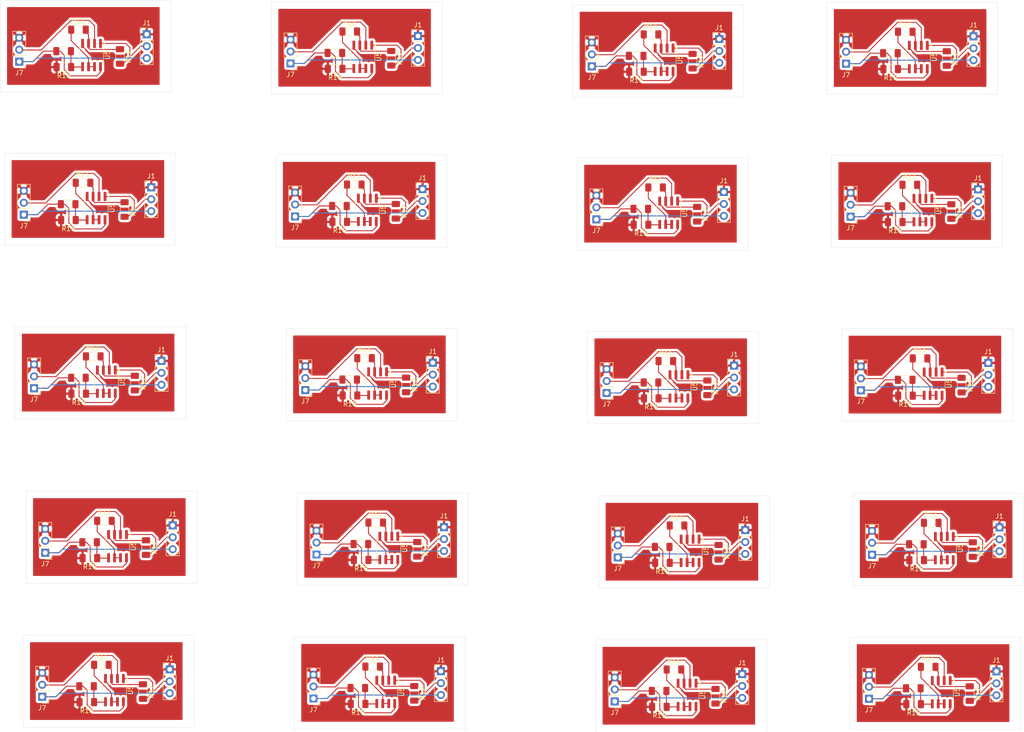
<source format=kicad_pcb>
(kicad_pcb (version 20241229) (generator "pcbnew") (generator_version "9.0")
  (layers (0 "F.Cu" signal) (2 "B.Cu" signal) (13 "F.Paste" user) (15 "B.Paste" user) (5 "F.SilkS" user "F.Silkscreen") (7 "B.SilkS" user "B.Silkscreen") (1 "F.Mask" user) (3 "B.Mask" user) (25 "Edge.Cuts" user))
  (net 0 "")
  (net 1 "GND")
  (net 2 "/Pitot")
  (net 3 "+5V")
  (net 4 "Net-(U5B-+)")
  (net 5 "Net-(U5A-+)")
  (net 6 "Net-(U5B--)")
  (net 7 "/ADC_2")
  (footprint "Connector_PinHeader_2.54mm:PinHeader_1x03_P2.54mm_Vertical" (layer "F.Cu") (at 180.87 69.05)
    (property "Reference" "J1")
    (property "Value" "Entrada")
  )
  (footprint "Connector_PinHeader_2.54mm:PinHeader_1x03_P2.54mm_Vertical" (layer "F.Cu") (at 157.66 177.44 180)
    (property "Reference" "J7")
    (property "Value" "Pitot")
  )
  (footprint "Resistor_SMD:R_1206_3216Metric_Pad1.30x1.75mm_HandSolder" (layer "F.Cu") (at 43.55 34.52)
    (property "Reference" "R11")
    (property "Value" "36k")
  )
  (footprint "Connector_PinHeader_2.54mm:PinHeader_1x03_P2.54mm_Vertical" (layer "F.Cu") (at 31.92 73.87 180)
    (property "Reference" "J7")
    (property "Value" "Pitot")
  )
  (footprint "Resistor_SMD:R_1206_3216Metric_Pad1.30x1.75mm_HandSolder" (layer "F.Cu") (at 162.22 40.08)
    (property "Reference" "R9" (hide yes))
    (property "Value" "10k")
  )
  (footprint "Resistor_SMD:R_1206_3216Metric_Pad1.30x1.75mm_HandSolder" (layer "F.Cu") (at 49.08 139.01)
    (property "Reference" "R11")
    (property "Value" "36k")
  )
  (footprint "Package_SO:SOIC-8_3.9x4.9mm_P1.27mm" (layer "F.Cu") (at 225.4 109.84 -90)
    (property "Reference" "U5")
    (property "Value" "LM358")
  )
  (footprint "Connector_PinHeader_2.54mm:PinHeader_1x03_P2.54mm_Vertical" (layer "F.Cu") (at 185.43 140.98)
    (property "Reference" "J1")
    (property "Value" "Entrada")
  )
  (footprint "Resistor_SMD:R_1206_3216Metric_Pad1.30x1.75mm_HandSolder" (layer "F.Cu") (at 165.37 109.58)
    (property "Reference" "R9" (hide yes))
    (property "Value" "10k")
  )
  (footprint "Resistor_SMD:R_1206_3216Metric_Pad1.30x1.75mm_HandSolder" (layer "F.Cu") (at 43.6 111.96 180)
    (property "Reference" "R10")
    (property "Value" "15k")
  )
  (footprint "Resistor_SMD:R_1206_3216Metric_Pad1.30x1.75mm_HandSolder" (layer "F.Cu") (at 170.91 140.01)
    (property "Reference" "R11")
    (property "Value" "36k")
  )
  (footprint "Package_SO:SOIC-8_3.9x4.9mm_P1.27mm" (layer "F.Cu") (at 51.86 144.4 -90)
    (property "Reference" "U5")
    (property "Value" "LM358")
  )
  (footprint "Package_SO:SOIC-8_3.9x4.9mm_P1.27mm" (layer "F.Cu") (at 46.33 39.91 -90)
    (property "Reference" "U5")
    (property "Value" "LM358")
  )
  (footprint "Package_SO:SOIC-8_3.9x4.9mm_P1.27mm" (layer "F.Cu") (at 222.25 40.34 -90)
    (property "Reference" "U5")
    (property "Value" "LM358")
  )
  (footprint "Connector_PinHeader_2.54mm:PinHeader_1x03_P2.54mm_Vertical" (layer "F.Cu") (at 89.64 74.25 180)
    (property "Reference" "J7")
    (property "Value" "Pitot")
  )
  (footprint "Resistor_SMD:R_1206_3216Metric_Pad1.30x1.75mm_HandSolder" (layer "F.Cu") (at 217.28 72.07)
    (property "Reference" "R9" (hide yes))
    (property "Value" "10k")
  )
  (footprint "Resistor_SMD:R_1206_3216Metric_Pad1.30x1.75mm_HandSolder" (layer "F.Cu") (at 167.1 175.21)
    (property "Reference" "R9" (hide yes))
    (property "Value" "10k")
  )
  (footprint "Package_SO:SOIC-8_3.9x4.9mm_P1.27mm" (layer "F.Cu") (at 171.31 110.41 -90)
    (property "Reference" "U5")
    (property "Value" "LM358")
  )
  (footprint "Package_SO:SOIC-8_3.9x4.9mm_P1.27mm" (layer "F.Cu") (at 109.58 144.78 -90)
    (property "Reference" "U5")
    (property "Value" "LM358")
  )
  (footprint "Connector_PinHeader_2.54mm:PinHeader_1x03_P2.54mm_Vertical" (layer "F.Cu") (at 88.67 41.69 180)
    (property "Reference" "J7")
    (property "Value" "Pitot")
  )
  (footprint "Resistor_SMD:R_1206_3216Metric_Pad1.30x1.75mm_HandSolder" (layer "F.Cu") (at 57.92 144.7 -90)
    (property "Reference" "R12")
    (property "Value" "180k")
  )
  (footprint "Resistor_SMD:R_1206_3216Metric_Pad1.30x1.75mm_HandSolder" (layer "F.Cu") (at 163.19 72.64)
    (property "Reference" "R9" (hide yes))
    (property "Value" "10k")
  )
  (footprint "Resistor_SMD:R_1206_3216Metric_Pad1.30x1.75mm_HandSolder" (layer "F.Cu") (at 104.42 104.4)
    (property "Reference" "R11")
    (property "Value" "36k")
  )
  (footprint "Connector_PinHeader_2.54mm:PinHeader_1x03_P2.54mm_Vertical" (layer "F.Cu") (at 93.55 176.82 180)
    (property "Reference" "J7")
    (property "Value" "Pitot")
  )
  (footprint "Resistor_SMD:R_1206_3216Metric_Pad1.30x1.75mm_HandSolder" (layer "F.Cu") (at 101.32 112.34 180)
    (property "Reference" "R10")
    (property "Value" "15k")
  )
  (footprint "Connector_PinHeader_2.54mm:PinHeader_1x03_P2.54mm_Vertical" (layer "F.Cu") (at 116.76 68.43)
    (property "Reference" "J1")
    (property "Value" "Entrada")
  )
  (footprint "Resistor_SMD:R_1206_3216Metric_Pad1.30x1.75mm_HandSolder" (layer "F.Cu") (at 219.46 109.01)
    (property "Reference" "R9" (hide yes))
    (property "Value" "10k")
  )
  (footprint "Connector_PinHeader_2.54mm:PinHeader_1x03_P2.54mm_Vertical" (layer "F.Cu") (at 155.93 111.81 180)
    (property "Reference" "J7")
    (property "Value" "Pitot")
  )
  (footprint "Resistor_SMD:R_1206_3216Metric_Pad1.30x1.75mm_HandSolder" (layer "F.Cu") (at 110.11 40.59 -90)
    (property "Reference" "R12")
    (property "Value" "180k")
  )
  (footprint "Connector_PinHeader_2.54mm:PinHeader_1x03_P2.54mm_Vertical" (layer "F.Cu") (at 63.6 139.98)
    (property "Reference" "J1")
    (property "Value" "Entrada")
  )
  (footprint "Resistor_SMD:R_1206_3216Metric_Pad1.30x1.75mm_HandSolder" (layer "F.Cu") (at 106.15 170.03)
    (property "Reference" "R11")
    (property "Value" "36k")
  )
  (footprint "Connector_PinHeader_2.54mm:PinHeader_1x03_P2.54mm_Vertical" (layer "F.Cu") (at 35.83 176.44 180)
    (property "Reference" "J7")
    (property "Value" "Pitot")
  )
  (footprint "Resistor_SMD:R_1206_3216Metric_Pad1.30x1.75mm_HandSolder" (layer "F.Cu") (at 45.27 174.21)
    (property "Reference" "R9" (hide yes))
    (property "Value" "10k")
  )
  (footprint "Resistor_SMD:R_1206_3216Metric_Pad1.30x1.75mm_HandSolder" (layer "F.Cu") (at 101.26 108.96)
    (property "Reference" "R9" (hide yes))
    (property "Value" "10k")
  )
  (footprint "Package_SO:SOIC-8_3.9x4.9mm_P1.27mm" (layer "F.Cu") (at 173.04 176.04 -90)
    (property "Reference" "U5")
    (property "Value" "LM358")
  )
  (footprint "Resistor_SMD:R_1206_3216Metric_Pad1.30x1.75mm_HandSolder" (layer "F.Cu") (at 55.54 109.71 -90)
    (property "Reference" "R12")
    (property "Value" "180k")
  )
  (footprint "Package_SO:SOIC-8_3.9x4.9mm_P1.27mm" (layer "F.Cu") (at 227.13 175.47 -90)
    (property "Reference" "U5")
    (property "Value" "LM358")
  )
  (footprint "Package_SO:SOIC-8_3.9x4.9mm_P1.27mm" (layer "F.Cu") (at 227.78 144.83 -90)
    (property "Reference" "U5")
    (property "Value" "LM358")
  )
  (footprint "Package_SO:SOIC-8_3.9x4.9mm_P1.27mm" (layer "F.Cu") (at 173.69 145.4 -90)
    (property "Reference" "U5")
    (property "Value" "LM358")
  )
  (footprint "Resistor_SMD:R_1206_3216Metric_Pad1.30x1.75mm_HandSolder" (layer "F.Cu") (at 45.92 143.57)
    (property "Reference" "R9" (hide yes))
    (property "Value" "10k")
  )
  (footprint "Resistor_SMD:R_1206_3216Metric_Pad1.30x1.75mm_HandSolder" (layer "F.Cu") (at 45.33 177.59 180)
    (property "Reference" "R10")
    (property "Value" "15k")
  )
  (footprint "Connector_PinHeader_2.54mm:PinHeader_1x03_P2.54mm_Vertical" (layer "F.Cu") (at 153.75 74.87 180)
    (property "Reference" "J7")
    (property "Value" "Pitot")
  )
  (footprint "Resistor_SMD:R_1206_3216Metric_Pad1.30x1.75mm_HandSolder" (layer "F.Cu") (at 102.99 174.59)
    (property "Reference" "R9" (hide yes))
    (property "Value" "10k")
  )
  (footprint "Connector_PinHeader_2.54mm:PinHeader_1x03_P2.54mm_Vertical" (layer "F.Cu") (at 120.67 171)
    (property "Reference" "J1")
    (property "Value" "Entrada")
  )
  (footprint "Resistor_SMD:R_1206_3216Metric_Pad1.30x1.75mm_HandSolder" (layer "F.Cu") (at 219.47 34.95)
    (property "Reference" "R11")
    (property "Value" "36k")
  )
  (footprint "Resistor_SMD:R_1206_3216Metric_Pad1.30x1.75mm_HandSolder" (layer "F.Cu") (at 166.35 68.08)
    (property "Reference" "R11")
    (property "Value" "36k")
  )
  (footprint "Connector_PinHeader_2.54mm:PinHeader_1x03_P2.54mm_Vertical" (layer "F.Cu") (at 207.84 74.3 180)
    (property "Reference" "J7")
    (property "Value" "Pitot")
  )
  (footprint "Connector_PinHeader_2.54mm:PinHeader_1x03_P2.54mm_Vertical" (layer "F.Cu") (at 233.99 35.92)
    (property "Reference" "J1")
    (property "Value" "Entrada")
  )
  (footprint "Connector_PinHeader_2.54mm:PinHeader_1x03_P2.54mm_Vertical" (layer "F.Cu") (at 238.87 171.05)
    (property "Reference" "J1")
    (property "Value" "Entrada")
  )
  (footprint "Resistor_SMD:R_1206_3216Metric_Pad1.30x1.75mm_HandSolder" (layer "F.Cu") (at 44.52 67.08)
    (property "Reference" "R11")
    (property "Value" "36k")
  )
  (footprint "Resistor_SMD:R_1206_3216Metric_Pad1.30x1.75mm_HandSolder" (layer "F.Cu") (at 113.26 110.09 -90)
    (property "Reference" "R12")
    (property "Value" "180k")
  )
  (footprint "Resistor_SMD:R_1206_3216Metric_Pad1.30x1.75mm_HandSolder" (layer "F.Cu") (at 101.27 34.9)
    (property "Reference" "R11")
    (property "Value" "36k")
  )
  (footprint "Connector_PinHeader_2.54mm:PinHeader_1x03_P2.54mm_Vertical" (layer "F.Cu") (at 62.95 170.62)
    (property "Reference" "J1")
    (property "Value" "Entrada")
  )
  (footprint "Connector_PinHeader_2.54mm:PinHeader_1x03_P2.54mm_Vertical" (layer "F.Cu") (at 179.9 36.49)
    (property "Reference" "J1")
    (property "Value" "Entrada")
  )
  (footprint "Connector_PinHeader_2.54mm:PinHeader_1x03_P2.54mm_Vertical" (layer "F.Cu") (at 34.1 110.81 180)
    (property "Reference" "J7")
    (property "Value" "Pitot")
  )
  (footprint "Resistor_SMD:R_1206_3216Metric_Pad1.30x1.75mm_HandSolder" (layer "F.Cu") (at 115.64 145.08 -90)
    (property "Reference" "R12")
    (property "Value" "180k")
  )
  (footprint "Resistor_SMD:R_1206_3216Metric_Pad1.30x1.75mm_HandSolder" (layer "F.Cu") (at 111.08 73.15 -90)
    (property "Reference" "R12")
    (property "Value" "180k")
  )
  (footprint "Resistor_SMD:R_1206_3216Metric_Pad1.30x1.75mm_HandSolder" (layer "F.Cu") (at 216.31 39.51)
    (property "Reference" "R9" (hide yes))
    (property "Value" "10k")
  )
  (footprint "Connector_PinHeader_2.54mm:PinHeader_1x03_P2.54mm_Vertical" (layer "F.Cu") (at 211.75 176.87 180)
    (property "Reference" "J7")
    (property "Value" "Pitot")
  )
  (footprint "Connector_PinHeader_2.54mm:PinHeader_1x03_P2.54mm_Vertical" (layer "F.Cu") (at 234.96 68.48)
    (property "Reference" "J1")
    (property "Value" "Entrada")
  )
  (footprint "Resistor_SMD:R_1206_3216Metric_Pad1.30x1.75mm_HandSolder" (layer "F.Cu") (at 163.25 76.02 180)
    (property "Reference" "R10")
    (property "Value" "15k")
  )
  (footprint "Resistor_SMD:R_1206_3216Metric_Pad1.30x1.75mm_HandSolder" (layer "F.Cu") (at 229.28 73.2 -90)
    (property "Reference" "R12")
    (property "Value" "180k")
  )
  (footprint "Resistor_SMD:R_1206_3216Metric_Pad1.30x1.75mm_HandSolder" (layer "F.Cu") (at 219.52 112.39 180)
    (property "Reference" "R10")
    (property "Value" "15k")
  )
  (footprint "Resistor_SMD:R_1206_3216Metric_Pad1.30x1.75mm_HandSolder" (layer "F.Cu") (at 216.37 42.89 180)
    (property "Reference" "R10")
    (property "Value" "15k")
  )
  (footprint "Resistor_SMD:R_1206_3216Metric_Pad1.30x1.75mm_HandSolder" (layer "F.Cu") (at 175.19 73.77 -90)
    (property "Reference" "R12")
    (property "Value" "180k")
  )
  (footprint "Resistor_SMD:R_1206_3216Metric_Pad1.30x1.75mm_HandSolder" (layer "F.Cu") (at 106.8 139.39)
    (property "Reference" "R11")
    (property "Value" "36k")
  )
  (footprint "Resistor_SMD:R_1206_3216Metric_Pad1.30x1.75mm_HandSolder" (layer "F.Cu") (at 233.84 145.13 -90)
    (property "Reference" "R12")
    (property "Value" "180k")
  )
  (footprint "Package_SO:SOIC-8_3.9x4.9mm_P1.27mm" (layer "F.Cu") (at 169.13 73.47 -90)
    (property "Reference" "U5")
    (property "Value" "LM358")
  )
  (footprint "Package_SO:SOIC-8_3.9x4.9mm_P1.27mm" (layer "F.Cu") (at 105.02 72.85 -90)
    (property "Reference" "U5")
    (property "Value" "LM358")
  )
  (footprint "Resistor_SMD:R_1206_3216Metric_Pad1.30x1.75mm_HandSolder" (layer "F.Cu") (at 114.99 175.72 -90)
    (property "Reference" "R12")
    (property "Value" "180k")
  )
  (footprint "Resistor_SMD:R_1206_3216Metric_Pad1.30x1.75mm_HandSolder" (layer "F.Cu") (at 225 139.44)
    (property "Reference" "R11")
    (property "Value" "36k")
  )
  (footprint "Resistor_SMD:R_1206_3216Metric_Pad1.30x1.75mm_HandSolder" (layer "F.Cu") (at 41.36 71.64)
    (property "Reference" "R9" (hide yes))
    (property "Value" "10k")
  )
  (footprint "Connector_PinHeader_2.54mm:PinHeader_1x03_P2.54mm_Vertical" (layer "F.Cu") (at 239.52 140.41)
    (property "Reference" "J1")
    (property "Value" "Entrada")
  )
  (footprint "Resistor_SMD:R_1206_3216Metric_Pad1.30x1.75mm_HandSolder" (layer "F.Cu") (at 174.22 41.21 -90)
    (property "Reference" "R12")
    (property "Value" "180k")
  )
  (footprint "Resistor_SMD:R_1206_3216Metric_Pad1.30x1.75mm_HandSolder" (layer "F.Cu") (at 98.17 42.84 180)
    (property "Reference" "R10")
    (property "Value" "15k")
  )
  (footprint "Resistor_SMD:R_1206_3216Metric_Pad1.30x1.75mm_HandSolder" (layer "F.Cu") (at 99.14 75.4 180)
    (property "Reference" "R10")
    (property "Value" "15k")
  )
  (footprint "Resistor_SMD:R_1206_3216Metric_Pad1.30x1.75mm_HandSolder" (layer "F.Cu") (at 165.38 35.52)
    (property "Reference" "R11")
    (property "Value" "36k")
  )
  (footprint "Resistor_SMD:R_1206_3216Metric_Pad1.30x1.75mm_HandSolder" (layer "F.Cu") (at 103.7 147.33 180)
    (property "Reference" "R10")
    (property "Value" "15k")
  )
  (footprint "Resistor_SMD:R_1206_3216Metric_Pad1.30x1.75mm_HandSolder" (layer "F.Cu") (at 165.43 112.96 180)
    (property "Reference" "R10")
    (property "Value" "15k")
  )
  (footprint "Resistor_SMD:R_1206_3216Metric_Pad1.30x1.75mm_HandSolder" (layer "F.Cu") (at 222.62 104.45)
    (property "Reference" "R11")
    (property "Value" "36k")
  )
  (footprint "Resistor_SMD:R_1206_3216Metric_Pad1.30x1.75mm_HandSolder" (layer "F.Cu") (at 167.16 178.59 180)
    (property "Reference" "R10")
    (property "Value" "15k")
  )
  (footprint "Package_SO:SOIC-8_3.9x4.9mm_P1.27mm" (layer "F.Cu") (at 107.2 109.79 -90)
    (property "Reference" "U5")
    (property "Value" "LM358")
  )
  (footprint "Resistor_SMD:R_1206_3216Metric_Pad1.30x1.75mm_HandSolder" (layer "F.Cu") (at 221.9 147.38 180)
    (property "Reference" "R10")
    (property "Value" "15k")
  )
  (footprint "Resistor_SMD:R_1206_3216Metric_Pad1.30x1.75mm_HandSolder" (layer "F.Cu") (at 221.84 144)
    (property "Reference" "R9" (hide yes))
    (property "Value" "10k")
  )
  (footprint "Resistor_SMD:R_1206_3216Metric_Pad1.30x1.75mm_HandSolder" (layer "F.Cu") (at 99.08 72.02)
    (property "Reference" "R9" (hide yes))
    (property "Value" "10k")
  )
  (footprint "Connector_PinHeader_2.54mm:PinHeader_1x03_P2.54mm_Vertical" (layer "F.Cu") (at 152.78 42.31 180)
    (property "Reference" "J7")
    (property "Value" "Pitot")
  )
  (footprint "Connector_PinHeader_2.54mm:PinHeader_1x03_P2.54mm_Vertical" (layer "F.Cu") (at 184.78 171.62)
    (property "Reference" "J1")
    (property "Value" "Entrada")
  )
  (footprint "Connector_PinHeader_2.54mm:PinHeader_1x03_P2.54mm_Vertical" (layer "F.Cu") (at 91.82 111.19 180)
    (property "Reference" "J7")
    (property "Value" "Pitot")
  )
  (footprint "Resistor_SMD:R_1206_3216Metric_Pad1.30x1.75mm_HandSolder" (layer "F.Cu") (at 220.44 67.51)
    (property "Reference" "R11")
    (property "Value" "36k")
  )
  (footprint "Resistor_SMD:R_1206_3216Metric_Pad1.30x1.75mm_HandSolder" (layer "F.Cu") (at 98.11 39.46)
    (property "Reference" "R9" (hide yes))
    (property "Value" "10k")
  )
  (footprint "Package_SO:SOIC-8_3.9x4.9mm_P1.27mm" (layer "F.Cu") (at 223.22 72.9 -90)
    (property "Reference" "U5")
    (property "Value" "LM358")
  )
  (footprint "Resistor_SMD:R_1206_3216Metric_Pad1.30x1.75mm_HandSolder" (layer "F.Cu") (at 102.24 67.46)
    (property "Reference" "R11")
    (property "Value" "36k")
  )
  (footprint "Resistor_SMD:R_1206_3216Metric_Pad1.30x1.75mm_HandSolder" (layer "F.Cu") (at 177.37 110.71 -90)
    (property "Reference" "R12")
    (property "Value" "180k")
  )
  (footprint "Resistor_SMD:R_1206_3216Metric_Pad1.30x1.75mm_HandSolder" (layer "F.Cu") (at 52.39 40.21 -90)
    (property "Reference" "R12")
    (property "Value" "180k")
  )
  (footprint "Connector_PinHeader_2.54mm:PinHeader_1x03_P2.54mm_Vertical" (layer "F.Cu") (at 61.22 104.99)
    (property "Reference" "J1")
    (property "Value" "Entrada")
  )
  (footprint "Resistor_SMD:R_1206_3216Metric_Pad1.30x1.75mm_HandSolder" (layer "F.Cu") (at 46.7 104.02)
    (property "Reference" "R11")
    (property "Value" "36k")
  )
  (footprint "Resistor_SMD:R_1206_3216Metric_Pad1.30x1.75mm_HandSolder" (layer "F.Cu") (at 167.75 144.57)
    (property "Reference" "R9" (hide yes))
    (property "Value" "10k")
  )
  (footprint "Resistor_SMD:R_1206_3216Metric_Pad1.30x1.75mm_HandSolder" (layer "F.Cu") (at 224.35 170.08)
    (property "Reference" "R11")
    (property "Value" "36k")
  )
  (footprint "Resistor_SMD:R_1206_3216Metric_Pad1.30x1.75mm_HandSolder" (layer "F.Cu") (at 217.34 75.45 180)
    (property "Reference" "R10")
    (property "Value" "15k")
  )
  (footprint "Resistor_SMD:R_1206_3216Metric_Pad1.30x1.75mm_HandSolder" (layer "F.Cu") (at 162.28 43.46 180)
    (property "Reference" "R10")
    (property "Value" "15k")
  )
  (footprint "Resistor_SMD:R_1206_3216Metric_Pad1.30x1.75mm_HandSolder" (layer "F.Cu") (at 170.26 170.65)
    (property "Reference" "R11")
    (property "Value" "36k")
  )
  (footprint "Connector_PinHeader_2.54mm:PinHeader_1x03_P2.54mm_Vertical" (layer "F.Cu") (at 212.4 146.23 180)
    (property "Reference" "J7")
    (property "Value" "Pitot")
  )
  (footprint "Connector_PinHeader_2.54mm:PinHeader_1x03_P2.54mm_Vertical" (layer "F.Cu") (at 94.2 146.18 180)
    (property "Reference" "J7")
    (property "Value" "Pitot")
  )
  (footprint "Resistor_SMD:R_1206_3216Metric_Pad1.30x1.75mm_HandSolder" (layer "F.Cu") (at 231.46 110.14 -90)
    (property "Reference" "R12")
    (property "Value" "180k")
  )
  (footprint "Resistor_SMD:R_1206_3216Metric_Pad1.30x1.75mm_HandSolder" (layer "F.Cu") (at 41.42 75.02 180)
    (property "Reference" "R10")
    (property "Value" "15k")
  )
  (footprint "Resistor_SMD:R_1206_3216Metric_Pad1.30x1.75mm_HandSolder" (layer "F.Cu") (at 179.1 176.34 -90)
    (property "Reference" "R12")
    (property "Value" "180k")
  )
  (footprint "Resistor_SMD:R_1206_3216Metric_Pad1.30x1.75mm_HandSolder" (layer "F.Cu") (at 179.75 145.7 -90)
    (property "Reference" "R12")
    (property "Value" "180k")
  )
  (footprint "Resistor_SMD:R_1206_3216Metric_Pad1.30x1.75mm_HandSolder" (layer "F.Cu") (at 40.45 42.46 180)
    (property "Reference" "R10")
    (property "Value" "15k")
  )
  (footprint "Resistor_SMD:R_1206_3216Metric_Pad1.30x1.75mm_HandSolder" (layer "F.Cu") (at 45.98 146.95 180)
    (property "Reference" "R10")
    (property "Value" "15k")
  )
  (footprint "Resistor_SMD:R_1206_3216Metric_Pad1.30x1.75mm_HandSolder" (layer "F.Cu") (at 167.81 147.95 180)
    (property "Reference" "R10")
    (property "Value" "15k")
  )
  (footprint "Connector_PinHeader_2.54mm:PinHeader_1x03_P2.54mm_Vertical" (layer "F.Cu") (at 36.48 145.8 180)
    (property "Reference" "J7")
    (property "Value" "Pitot")
  )
  (footprint "Connector_PinHeader_2.54mm:PinHeader_1x03_P2.54mm_Vertical" (layer "F.Cu") (at 58.07 35.49)
    (property "Reference" "J1")
    (property "Value" "Entrada")
  )
  (footprint "Resistor_SMD:R_1206_3216Metric_Pad1.30x1.75mm_HandSolder" (layer "F.Cu") (at 221.19 174.64)
    (property "Reference" "R9" (hide yes))
    (property "Value" "10k")
  )
  (footprint "Connector_PinHeader_2.54mm:PinHeader_1x03_P2.54mm_Vertical" (layer "F.Cu") (at 158.31 146.8 180)
    (property "Reference" "J7")
    (property "Value" "Pitot")
  )
  (footprint "Package_SO:SOIC-8_3.9x4.9mm_P1.27mm" (layer "F.Cu") (at 168.16 40.91 -90)
    (property "Reference" "U5")
    (property "Value" "LM358")
  )
  (footprint "Resistor_SMD:R_1206_3216Metric_Pad1.30x1.75mm_HandSolder" (layer "F.Cu") (at 40.39 39.08)
    (property "Reference" "R9" (hide yes))
    (property "Value" "10k")
  )
  (footprint "Resistor_SMD:R_1206_3216Metric_Pad1.30x1.75mm_HandSolder" (layer "F.Cu") (at 228.31 40.64 -90)
    (property "Reference" "R12")
    (property "Value" "180k")
  )
  (footprint "Connector_PinHeader_2.54mm:PinHeader_1x03_P2.54mm_Vertical" (layer "F.Cu") (at 206.87 41.74 180)
    (property "Reference" "J7")
    (property "Value" "Pitot")
  )
  (footprint "Resistor_SMD:R_1206_3216Metric_Pad1.30x1.75mm_HandSolder" (layer "F.Cu") (at 233.19 175.77 -90)
    (property "Reference" "R12")
    (property "Value" "180k")
  )
  (footprint "Package_SO:SOIC-8_3.9x4.9mm_P1.27mm" (layer "F.Cu") (at 49.48 109.41 -90)
    (property "Reference" "U5")
    (property "Value" "LM358")
  )
  (footprint "Resistor_SMD:R_1206_3216Metric_Pad1.30x1.75mm_HandSolder" (layer "F.Cu") (at 103.05 177.97 180)
    (property "Reference" "R10")
    (property "Value" "15k")
  )
  (footprint "Package_SO:SOIC-8_3.9x4.9mm_P1.27mm" (layer "F.Cu") (at 47.3 72.47 -90)
    (property "Reference" "U5")
    (property "Value" "LM358")
  )
  (footprint "Resistor_SMD:R_1206_3216Metric_Pad1.30x1.75mm_HandSolder" (layer "F.Cu") (at 103.64 143.95)
    (property "Reference" "R9" (hide yes))
    (property "Value" "10k")
  )
  (footprint "Resistor_SMD:R_1206_3216Metric_Pad1.30x1.75mm_HandSolder" (layer "F.Cu") (at 48.43 169.65)
    (property "Reference" "R11")
    (property "Value" "36k")
  )
  (footprint "Resistor_SMD:R_1206_3216Metric_Pad1.30x1.75mm_HandSolder" (layer "F.Cu") (at 168.53 105.02)
    (property "Reference" "R11")
    (property "Value" "36k")
  )
  (footprint "Package_SO:SOIC-8_3.9x4.9mm_P1.27mm" (layer "F.Cu") (at 104.05 40.29 -90)
    (property "Reference" "U5")
    (property "Value" "LM358")
  )
  (footprint "Package_SO:SOIC-8_3.9x4.9mm_P1.27mm" (layer "F.Cu") (at 51.21 175.04 -90)
    (property "Reference" "U5")
    (property "Value" "LM358")
  )
  (footprint "Connector_PinHeader_2.54mm:PinHeader_1x03_P2.54mm_Vertical" (layer "F.Cu") (at 118.94 105.37)
    (property "Reference" "J1")
    (property "Value" "Entrada")
  )
  (footprint "Package_SO:SOIC-8_3.9x4.9mm_P1.27mm" (layer "F.Cu") (at 108.93 175.42 -90)
    (property "Reference" "U5")
    (property "Value" "LM358")
  )
  (footprint "Connector_PinHeader_2.54mm:PinHeader_1x03_P2.54mm_Vertical" (layer "F.Cu") (at 210.02 111.24 180)
    (property "Reference" "J7")
    (property "Value" "Pitot")
  )
  (footprint "Resistor_SMD:R_1206_3216Metric_Pad1.30x1.75mm_HandSolder" (layer "F.Cu") (at 43.54 108.58)
    (property "Reference" "R9" (hide yes))
    (property "Value" "10k")
  )
  (footprint "Resistor_SMD:R_1206_3216Metric_Pad1.30x1.75mm_HandSolder" (layer "F.Cu") (at 57.27 175.34 -90)
    (property "Reference" "R12")
    (property "Value" "180k")
  )
  (footprint "Connector_PinHeader_2.54mm:PinHeader_1x03_P2.54mm_Vertical" (layer "F.Cu") (at 237.14 105.42)
    (property "Reference" "J1")
    (property "Value" "Entrada")
  )
  (footprint "Resistor_SMD:R_1206_3216Metric_Pad1.30x1.75mm_HandSolder" (layer "F.Cu") (at 53.36 72.77 -90)
    (property "Reference" "R12")
    (property "Value" "180k")
  )
  (footprint "Connector_PinHeader_2.54mm:PinHeader_1x03_P2.54mm_Vertical" (layer "F.Cu") (at 183.05 105.99)
    (property "Reference" "J1")
    (property "Value" "Entrada")
  )
  (footprint "Resistor_SMD:R_1206_3216Metric_Pad1.30x1.75mm_HandSolder" (layer "F.Cu") (at 221.25 178.02 180)
    (property "Reference" "R10")
    (property "Value" "15k")
  )
  (footprint "Connector_PinHeader_2.54mm:PinHeader_1x03_P2.54mm_Vertical" (layer "F.Cu") (at 115.79 35.87)
    (property "Reference" "J1")
    (property "Value" "Entrada")
  )
  (footprint "Connector_PinHeader_2.54mm:PinHeader_1x03_P2.54mm_Vertical" (layer "F.Cu") (at 59.04 68.05)
    (property "Reference" "J1")
    (property "Value" "Entrada")
  )
  (footprint "Connector_PinHeader_2.54mm:PinHeader_1x03_P2.54mm_Vertical" (layer "F.Cu") (at 30.95 41.31 180)
    (property "Reference" "J7")
    (property "Value" "Pitot")
  )
  (footprint "Connector_PinHeader_2.54mm:PinHeader_1x03_P2.54mm_Vertical" (layer "F.Cu") (at 121.32 140.36)
    (property "Reference" "J1")
    (property "Value" "Entrada")
  )
  (gr_rect (start 202.8 28.65) (end 239.19 48.28) (stroke (width 0.05)) (fill no) (layer "Edge.Cuts"))
  (gr_rect (start 149.68 61.78) (end 186.07 81.41) (stroke (width 0.05)) (fill no) (layer "Edge.Cuts"))
  (gr_rect (start 89.48 163.73) (end 125.87 183.36) (stroke (width 0.05)) (fill no) (layer "Edge.Cuts"))
  (gr_rect (start 27.85 60.78) (end 64.24 80.41) (stroke (width 0.05)) (fill no) (layer "Edge.Cuts"))
  (gr_rect (start 87.75 98.1) (end 124.14 117.73) (stroke (width 0.05)) (fill no) (layer "Edge.Cuts"))
  (gr_rect (start 203.77 61.21) (end 240.16 80.84) (stroke (width 0.05)) (fill no) (layer "Edge.Cuts"))
  (gr_rect (start 151.86 98.72) (end 188.25 118.35) (stroke (width 0.05)) (fill no) (layer "Edge.Cuts"))
  (gr_rect (start 85.57 61.16) (end 121.96 80.79) (stroke (width 0.05)) (fill no) (layer "Edge.Cuts"))
  (gr_rect (start 90.13 133.09) (end 126.52 152.72) (stroke (width 0.05)) (fill no) (layer "Edge.Cuts"))
  (gr_rect (start 154.24 133.71) (end 190.63 153.34) (stroke (width 0.05)) (fill no) (layer "Edge.Cuts"))
  (gr_rect (start 153.59 164.35) (end 189.98 183.98) (stroke (width 0.05)) (fill no) (layer "Edge.Cuts"))
  (gr_rect (start 32.41 132.71) (end 68.8 152.34) (stroke (width 0.05)) (fill no) (layer "Edge.Cuts"))
  (gr_rect (start 205.95 98.15) (end 242.34 117.78) (stroke (width 0.05)) (fill no) (layer "Edge.Cuts"))
  (gr_rect (start 208.33 133.14) (end 244.72 152.77) (stroke (width 0.05)) (fill no) (layer "Edge.Cuts"))
  (gr_rect (start 26.88 28.22) (end 63.27 47.85) (stroke (width 0.05)) (fill no) (layer "Edge.Cuts"))
  (gr_rect (start 31.76 163.35) (end 68.15 182.98) (stroke (width 0.05)) (fill no) (layer "Edge.Cuts"))
  (gr_rect (start 30.03 97.72) (end 66.42 117.35) (stroke (width 0.05)) (fill no) (layer "Edge.Cuts"))
  (gr_rect (start 207.68 163.78) (end 244.07 183.41) (stroke (width 0.05)) (fill no) (layer "Edge.Cuts"))
  (gr_rect (start 148.71 29.22) (end 185.1 48.85) (stroke (width 0.05)) (fill no) (layer "Edge.Cuts"))
  (gr_rect (start 84.6 28.6) (end 120.99 48.23) (stroke (width 0.05)) (fill no) (layer "Edge.Cuts"))
  (segment (start 49.305 172.565) (end 49.305 173.175) (width 0.2) (layer "F.Cu") (net 1))
  (segment (start 102.145 37.815) (end 102.145 38.425) (width 0.2) (layer "F.Cu") (net 1))
  (segment (start 223.495 107.365) (end 223.495 107.975) (width 0.2) (layer "F.Cu") (net 1))
  (segment (start 45.395 70.605) (end 47.03 72.24) (width 0.2) (layer "F.Cu") (net 1))
  (segment (start 103.115 70.985) (end 104.75 72.62) (width 0.2) (layer "F.Cu") (net 1))
  (segment (start 44.425 38.045) (end 46.06 39.68) (width 0.2) (layer "F.Cu") (net 1))
  (segment (start 171.135 174.175) (end 172.77 175.81) (width 0.2) (layer "F.Cu") (net 1))
  (segment (start 107.675 142.915) (end 109.31 144.55) (width 0.2) (layer "F.Cu") (net 1))
  (segment (start 166.255 39.045) (end 167.89 40.68) (width 0.2) (layer "F.Cu") (net 1))
  (segment (start 221.315 70.425) (end 221.315 71.035) (width 0.2) (layer "F.Cu") (net 1))
  (segment (start 103.115 70.375) (end 103.115 70.985) (width 0.2) (layer "F.Cu") (net 1))
  (segment (start 49.955 142.535) (end 51.59 144.17) (width 0.2) (layer "F.Cu") (net 1))
  (segment (start 102.145 38.425) (end 103.78 40.06) (width 0.2) (layer "F.Cu") (net 1))
  (segment (start 167.225 71.605) (end 168.86 73.24) (width 0.2) (layer "F.Cu") (net 1))
  (segment (start 166.255 38.435) (end 166.255 39.045) (width 0.2) (layer "F.Cu") (net 1))
  (segment (start 225.875 142.965) (end 227.51 144.6) (width 0.2) (layer "F.Cu") (net 1))
  (segment (start 105.295 107.315) (end 105.295 107.925) (width 0.2) (layer "F.Cu") (net 1))
  (segment (start 107.025 173.555) (end 108.66 175.19) (width 0.2) (layer "F.Cu") (net 1))
  (segment (start 220.345 38.475) (end 221.98 40.11) (width 0.2) (layer "F.Cu") (net 1))
  (segment (start 223.495 107.975) (end 225.13 109.61) (width 0.2) (layer "F.Cu") (net 1))
  (segment (start 171.135 173.565) (end 171.135 174.175) (width 0.2) (layer "F.Cu") (net 1))
  (segment (start 107.025 172.945) (end 107.025 173.555) (width 0.2) (layer "F.Cu") (net 1))
  (segment (start 49.305 173.175) (end 50.94 174.81) (width 0.2) (layer "F.Cu") (net 1))
  (segment (start 44.425 37.435) (end 44.425 38.045) (width 0.2) (layer "F.Cu") (net 1))
  (segment (start 225.225 173.605) (end 226.86 175.24) (width 0.2) (layer "F.Cu") (net 1))
  (segment (start 47.575 106.935) (end 47.575 107.545) (width 0.2) (layer "F.Cu") (net 1))
  (segment (start 171.785 142.925) (end 171.785 143.535) (width 0.2) (layer "F.Cu") (net 1))
  (segment (start 47.575 107.545) (end 49.21 109.18) (width 0.2) (layer "F.Cu") (net 1))
  (segment (start 171.785 143.535) (end 173.42 145.17) (width 0.2) (layer "F.Cu") (net 1))
  (segment (start 225.875 142.355) (end 225.875 142.965) (width 0.2) (layer "F.Cu") (net 1))
  (segment (start 221.315 71.035) (end 222.95 72.67) (width 0.2) (layer "F.Cu") (net 1))
  (segment (start 167.225 70.995) (end 167.225 71.605) (width 0.2) (layer "F.Cu") (net 1))
  (segment (start 169.405 108.545) (end 171.04 110.18) (width 0.2) (layer "F.Cu") (net 1))
  (segment (start 169.405 107.935) (end 169.405 108.545) (width 0.2) (layer "F.Cu") (net 1))
  (segment (start 220.345 37.865) (end 220.345 38.475) (width 0.2) (layer "F.Cu") (net 1))
  (segment (start 225.225 172.995) (end 225.225 173.605) (width 0.2) (layer "F.Cu") (net 1))
  (segment (start 45.395 69.995) (end 45.395 70.605) (width 0.2) (layer "F.Cu") (net 1))
  (segment (start 49.955 141.925) (end 49.955 142.535) (width 0.2) (layer "F.Cu") (net 1))
  (segment (start 105.295 107.925) (end 106.93 109.56) (width 0.2) (layer "F.Cu") (net 1))
  (segment (start 107.675 142.305) (end 107.675 142.915) (width 0.2) (layer "F.Cu") (net 1))
  (segment (start 41.95 32.53) (end 39.65 34.83) (width 0.2) (layer "F.Cu") (net 2))
  (segment (start 107.835 107.315) (end 107.835 103.545) (width 0.2) (layer "F.Cu") (net 2))
  (segment (start 228.415 142.355) (end 228.415 138.585) (width 0.2) (layer "F.Cu") (net 2))
  (segment (start 215.54 35.26) (end 211.54 39.26) (width 0.2) (layer "F.Cu") (net 2))
  (segment (start 103.55 32.91) (end 99.67 32.91) (width 0.2) (layer "F.Cu") (net 2))
  (segment (start 51.845 172.565) (end 51.845 168.795) (width 0.2) (layer "F.Cu") (net 2))
  (segment (start 50.71 167.66) (end 46.83 167.66) (width 0.2) (layer "F.Cu") (net 2))
  (segment (start 164.63 105.33) (end 164.6 105.33) (width 0.2) (layer "F.Cu") (net 2))
  (segment (start 211.81 174.39) (end 211.75 174.33) (width 0.2) (layer "F.Cu") (net 2))
  (segment (start 207.9 71.82) (end 207.84 71.76) (width 0.2) (layer "F.Cu") (net 2))
  (segment (start 108.43 168.04) (end 104.55 168.04) (width 0.2) (layer "F.Cu") (net 2))
  (segment (start 168.63 66.09) (end 164.75 66.09) (width 0.2) (layer "F.Cu") (net 2))
  (segment (start 93.34 39.21) (end 88.73 39.21) (width 0.2) (layer "F.Cu") (net 2))
  (segment (start 218.72 104.76) (end 218.69 104.76) (width 0.2) (layer "F.Cu") (net 2))
  (segment (start 216.42 174.39) (end 211.81 174.39) (width 0.2) (layer "F.Cu") (net 2))
  (segment (start 215.57 35.26) (end 215.54 35.26) (width 0.2) (layer "F.Cu") (net 2))
  (segment (start 223.4 137.45) (end 221.1 139.75) (width 0.2) (layer "F.Cu") (net 2))
  (segment (start 162.45 68.39) (end 162.42 68.39) (width 0.2) (layer "F.Cu") (net 2))
  (segment (start 214.69 108.76) (end 210.08 108.76) (width 0.2) (layer "F.Cu") (net 2))
  (segment (start 45.1 102.03) (end 42.8 104.33) (width 0.2) (layer "F.Cu") (net 2))
  (segment (start 168.66 168.66) (end 166.36 170.96) (width 0.2) (layer "F.Cu") (net 2))
  (segment (start 100.64 65.47) (end 98.34 67.77) (width 0.2) (layer "F.Cu") (net 2))
  (segment (start 102.22 170.34) (end 98.22 174.34) (width 0.2) (layer "F.Cu") (net 2))
  (segment (start 40.62 67.39) (end 40.59 67.39) (width 0.2) (layer "F.Cu") (net 2))
  (segment (start 99.67 32.91) (end 97.37 35.21) (width 0.2) (layer "F.Cu") (net 2))
  (segment (start 42.77 104.33) (end 38.77 108.33) (width 0.2) (layer "F.Cu") (net 2))
  (segment (start 102.87 139.7) (end 98.87 143.7) (width 0.2) (layer "F.Cu") (net 2))
  (segment (start 44.5 169.96) (end 40.5 173.96) (width 0.2) (layer "F.Cu") (net 2))
  (segment (start 218.84 65.52) (end 216.54 67.82) (width 0.2) (layer "F.Cu") (net 2))
  (segment (start 226.63 168.09) (end 222.75 168.09) (width 0.2) (layer "F.Cu") (net 2))
  (segment (start 226.035 103.595) (end 224.9 102.46) (width 0.2) (layer "F.Cu") (net 2))
  (segment (start 48.98 102.03) (end 45.1 102.03) (width 0.2) (layer "F.Cu") (net 2))
  (segment (start 94.26 143.7) (end 94.2 143.64) (width 0.2) (layer "F.Cu") (net 2))
  (segment (start 228.415 138.585) (end 227.28 137.45) (width 0.2) (layer "F.Cu") (net 2))
  (segment (start 104.55 168.04) (end 102.25 170.34) (width 0.2) (layer "F.Cu") (net 2))
  (segment (start 36.59 71.39) (end 31.98 71.39) (width 0.2) (layer "F.Cu") (net 2))
  (segment (start 212.46 143.75) (end 212.4 143.69) (width 0.2) (layer "F.Cu") (net 2))
  (segment (start 46.965 33.665) (end 45.83 32.53) (width 0.2) (layer "F.Cu") (net 2))
  (segment (start 167.66 33.53) (end 163.78 33.53) (width 0.2) (layer "F.Cu") (net 2))
  (segment (start 152.84 39.83) (end 152.78 39.77) (width 0.2) (layer "F.Cu") (net 2))
  (segment (start 162.42 68.39) (end 158.42 72.39) (width 0.2) (layer "F.Cu") (net 2))
  (segment (start 98.34 67.77) (end 98.31 67.77) (width 0.2) (layer "F.Cu") (net 2))
  (segment (start 100.49 104.71) (end 96.49 108.71) (width 0.2) (layer "F.Cu") (net 2))
  (segment (start 166.98 140.32) (end 162.98 144.32) (width 0.2) (layer "F.Cu") (net 2))
  (segment (start 157.72 174.96) (end 157.66 174.9) (width 0.2) (layer "F.Cu") (net 2))
  (segment (start 40.5 173.96) (end 35.89 173.96) (width 0.2) (layer "F.Cu") (net 2))
  (segment (start 39.65 34.83) (end 39.62 34.83) (width 0.2) (layer "F.Cu") (net 2))
  (segment (start 210.08 108.76) (end 210.02 108.7) (width 0.2) (layer "F.Cu") (net 2))
  (segment (start 50.115 103.165) (end 48.98 102.03) (width 0.2) (layer "F.Cu") (net 2))
  (segment (start 104.685 37.815) (end 104.685 34.045) (width 0.2) (layer "F.Cu") (net 2))
  (segment (start 98.87 143.7) (end 94.26 143.7) (width 0.2) (layer "F.Cu") (net 2))
  (segment (start 46.8 65.09) (end 42.92 65.09) (width 0.2) (layer "F.Cu") (net 2))
  (segment (start 102.25 170.34) (end 102.22 170.34) (width 0.2) (layer "F.Cu") (net 2))
  (segment (start 106.7 102.41) (end 102.82 102.41) (width 0.2) (layer "F.Cu") (net 2))
  (segment (start 97.34 35.21) (end 93.34 39.21) (width 0.2) (layer "F.Cu") (net 2))
  (segment (start 51.845 168.795) (end 50.71 167.66) (width 0.2) (layer "F.Cu") (net 2))
  (segment (start 174.325 142.925) (end 174.325 139.155) (width 0.2) (layer "F.Cu") (net 2))
  (segment (start 170.81 103.03) (end 166.93 103.03) (width 0.2) (layer "F.Cu") (net 2))
  (segment (start 50.115 106.935) (end 50.115 103.165) (width 0.2) (layer "F.Cu") (net 2))
  (segment (start 158.37 144.32) (end 158.31 144.26) (width 0.2) (layer "F.Cu") (net 2))
  (segment (start 221.1 139.75) (end 221.07 139.75) (width 0.2) (layer "F.Cu") (net 2))
  (segment (start 93.61 174.34) (end 93.55 174.28) (width 0.2) (layer "F.Cu") (net 2))
  (segment (start 222.885 34.095) (end 221.75 32.96) (width 0.2) (layer "F.Cu") (net 2))
  (segment (start 36.54 143.32) (end 36.48 143.26) (width 0.2) (layer "F.Cu") (net 2))
  (segment (start 98.31 67.77) (end 94.31 71.77) (width 0.2) (layer "F.Cu") (net 2))
  (segment (start 161.48 35.83) (end 161.45 35.83) (width 0.2) (layer "F.Cu") (net 2))
  (segment (start 46.965 37.435) (end 46.965 33.665) (width 0.2) (layer "F.Cu") (net 2))
  (segment (start 160.6 109.33) (end 155.99 109.33) (width 0.2) (layer "F.Cu") (net 2))
  (segment (start 220.45 170.39) (end 220.42 170.39) (width 0.2) (layer "F.Cu") (net 2))
  (segment (start 169.765 70.995) (end 169.765 67.225) (width 0.2) (layer "F.Cu") (net 2))
  (segment (start 40.59 67.39) (end 36.59 71.39) (width 0.2) (layer "F.Cu") (net 2))
  (segment (start 102.9 139.7) (end 102.87 139.7) (width 0.2) (layer "F.Cu") (net 2))
  (segment (start 223.855 70.425) (end 223.855 66.655) (width 0.2) (layer "F.Cu") (net 2))
  (segment (start 227.765 169.225) (end 226.63 168.09) (width 0.2) (layer "F.Cu") (net 2))
  (segment (start 88.73 39.21) (end 88.67 39.15) (width 0.2) (layer "F.Cu") (net 2))
  (segment (start 107.835 103.545) (end 106.7 102.41) (width 0.2) (layer "F.Cu") (net 2))
  (segment (start 166.36 170.96) (end 166.33 170.96) (width 0.2) (layer "F.Cu") (net 2))
  (segment (start 164.75 66.09) (end 162.45 68.39) (width 0.2) (layer "F.Cu") (net 2))
  (segment (start 221.75 32.96) (end 217.87 32.96) (width 0.2) (layer "F.Cu") (net 2))
  (segment (start 96.49 108.71) (end 91.88 108.71) (width 0.2) (layer "F.Cu") (net 2))
  (segment (start 222.75 168.09) (end 220.45 170.39) (width 0.2) (layer "F.Cu") (net 2))
  (segment (start 168.795 38.435) (end 168.795 34.665) (width 0.2) (layer "F.Cu") (net 2))
  (segment (start 169.31 138.02) (end 167.01 140.32) (width 0.2) (layer "F.Cu") (net 2))
  (segment (start 216.51 67.82) (end 212.51 71.82) (width 0.2) (layer "F.Cu") (net 2))
  (segment (start 100.52 104.71) (end 100.49 104.71) (width 0.2) (layer "F.Cu") (net 2))
  (segment (start 173.675 173.565) (end 173.675 169.795) (width 0.2) (layer "F.Cu") (net 2))
  (segment (start 94.31 71.77) (end 89.7 71.77) (width 0.2) (layer "F.Cu") (net 2))
  (segment (start 31.98 71.39) (end 31.92 71.33) (width 0.2) (layer "F.Cu") (net 2))
  (segment (start 155.99 109.33) (end 155.93 109.27) (width 0.2) (layer "F.Cu") (net 2))
  (segment (start 105.2 137.4) (end 102.9 139.7) (width 0.2) (layer "F.Cu") (net 2))
  (segment (start 47.48 137.02) (end 45.18 139.32) (width 0.2) (layer "F.Cu") (net 2))
  (segment (start 109.08 137.4) (end 105.2 137.4) (width 0.2) (layer "F.Cu") (net 2))
  (segment (start 45.83 32.53) (end 41.95 32.53) (width 0.2) (layer "F.Cu") (net 2))
  (segment (start 169.765 67.225) (end 168.63 66.09) (width 0.2) (layer "F.Cu") (net 2))
  (segment (start 51.36 137.02) (end 47.48 137.02) (width 0.2) (layer "F.Cu") (net 2))
  (segment (start 109.565 172.945) (end 109.565 169.175) (width 0.2) (layer "F.Cu") (net 2))
  (segment (start 227.765 172.995) (end 227.765 169.225) (width 0.2) (layer "F.Cu") (net 2))
  (segment (start 110.215 142.305) (end 110.215 138.535) (width 0.2) (layer "F.Cu") (net 2))
  (segment (start 222.885 37.865) (end 222.885 34.095) (width 0.2) (layer "F.Cu") (net 2))
  (segment (start 47.935 66.225) (end 46.8 65.09) (width 0.2) (layer "F.Cu") (net 2))
  (segment (start 161.45 35.83) (end 157.45 39.83) (width 0.2) (layer "F.Cu") (net 2))
  (segment (start 174.325 139.155) (end 173.19 138.02) (width 0.2) (layer "F.Cu") (net 2))
  (segment (start 98.22 174.34) (end 93.61 174.34) (width 0.2) (layer "F.Cu") (net 2))
  (segment (start 218.69 104.76) (end 214.69 108.76) (width 0.2) (layer "F.Cu") (net 2))
  (segment (start 41.15 143.32) (end 36.54 143.32) (width 0.2) (layer "F.Cu") (net 2))
  (segment (start 163.78 33.53) (end 161.48 35.83) (width 0.2) (layer "F.Cu") (net 2))
  (segment (start 46.83 167.66) (end 44.53 169.96) (width 0.2) (layer "F.Cu") (net 2))
  (segment (start 171.945 107.935) (end 171.945 104.165) (width 0.2) (layer "F.Cu") (net 2))
  (segment (start 31.01 38.83) (end 30.95 38.77) (width 0.2) (layer "F.Cu") (net 2))
  (segment (start 102.82 102.41) (end 100.52 104.71) (width 0.2) (layer "F.Cu") (net 2))
  (segment (start 221.02 102.46) (end 218.72 104.76) (width 0.2) (layer "F.Cu") (net 2))
  (segment (start 166.93 103.03) (end 164.63 105.33) (width 0.2) (layer "F.Cu") (net 2))
  (segment (start 153.81 72.39) (end 153.75 72.33) (width 0.2) (layer "F.Cu") (net 2))
  (segment (start 45.15 139.32) (end 41.15 143.32) (width 0.2) (layer "F.Cu") (net 2))
  (segment (start 217.07 143.75) (end 212.46 143.75) (width 0.2) (layer "F.Cu") (net 2))
  (segment (start 221.07 139.75) (end 217.07 143.75) (width 0.2) (layer "F.Cu") (net 2))
  (segment (start 47.935 69.995) (end 47.935 66.225) (width 0.2) (layer "F.Cu") (net 2))
  (segment (start 162.33 174.96) (end 157.72 174.96) (width 0.2) (layer "F.Cu") (net 2))
  (segment (start 104.685 34.045) (end 103.55 32.91) (width 0.2) (layer "F.Cu") (net 2))
  (segment (start 91.88 108.71) (end 91.82 108.65) (width 0.2) (layer "F.Cu") (net 2))
  (segment (start 167.01 140.32) (end 166.98 140.32) (width 0.2) (layer "F.Cu") (net 2))
  (segment (start 220.42 170.39) (end 216.42 174.39) (width 0.2) (layer "F.Cu") (net 2))
  (segment (start 212.51 71.82) (end 207.9 71.82) (width 0.2) (layer "F.Cu") (net 2))
  (segment (start 226.035 107.365) (end 226.035 103.595) (width 0.2) (layer "F.Cu") (net 2))
  (segment (start 89.7 71.77) (end 89.64 71.71) (width 0.2) (layer "F.Cu") (net 2))
  (segment (start 35.89 173.96) (end 35.83 173.9) (width 0.2) (layer "F.Cu") (net 2))
  (segment (start 171.945 104.165) (end 170.81 103.03) (width 0.2) (layer "F.Cu") (net 2))
  (segment (start 97.37 35.21) (end 97.34 35.21) (width 0.2) (layer "F.Cu") (net 2))
  (segment (start 168.795 34.665) (end 167.66 33.53) (width 0.2) (layer "F.Cu") (net 2))
  (segment (start 227.28 137.45) (end 223.4 137.45) (width 0.2) (layer "F.Cu") (net 2))
  (segment (start 206.93 39.26) (end 206.87 39.2) (width 0.2) (layer "F.Cu") (net 2))
  (segment (start 217.87 32.96) (end 215.57 35.26) (width 0.2) (layer "F.Cu") (net 2))
  (segment (start 173.675 169.795) (end 172.54 168.66) (width 0.2) (layer "F.Cu") (net 2))
  (segment (start 164.6 105.33) (end 160.6 109.33) (width 0.2) (layer "F.Cu") (net 2))
  (segment (start 52.495 141.925) (end 52.495 138.155) (width 0.2) (layer "F.Cu") (net 2))
  (segment (start 104.52 65.47) (end 100.64 65.47) (width 0.2) (layer "F.Cu") (net 2))
  (segment (start 44.53 169.96) (end 44.5 169.96) (width 0.2) (layer "F.Cu") (net 2))
  (segment (start 105.655 70.375) (end 105.655 66.605) (width 0.2) (layer "F.Cu") (net 2))
  (segment (start 162.98 144.32) (end 158.37 144.32) (width 0.2) (layer "F.Cu") (net 2))
  (segment (start 211.54 39.26) (end 206.93 39.26) (width 0.2) (layer "F.Cu") (net 2))
  (segment (start 158.42 72.39) (end 153.81 72.39) (width 0.2) (layer "F.Cu") (net 2))
  (segment (start 224.9 102.46) (end 221.02 102.46) (width 0.2) (layer "F.Cu") (net 2))
  (segment (start 216.54 67.82) (end 216.51 67.82) (width 0.2) (layer "F.Cu") (net 2))
  (segment (start 35.62 38.83) (end 31.01 38.83) (width 0.2) (layer "F.Cu") (net 2))
  (segment (start 42.8 104.33) (end 42.77 104.33) (width 0.2) (layer "F.Cu") (net 2))
  (segment (start 45.18 139.32) (end 45.15 139.32) (width 0.2) (layer "F.Cu") (net 2))
  (segment (start 222.72 65.52) (end 218.84 65.52) (width 0.2) (layer "F.Cu") (net 2))
  (segment (start 173.19 138.02) (end 169.31 138.02) (width 0.2) (layer "F.Cu") (net 2))
  (segment (start 39.62 34.83) (end 35.62 38.83) (width 0.2) (layer "F.Cu") (net 2))
  (segment (start 223.855 66.655) (end 222.72 65.52) (width 0.2) (layer "F.Cu") (net 2))
  (segment (start 110.215 138.535) (end 109.08 137.4) (width 0.2) (layer "F.Cu") (net 2))
  (segment (start 34.16 108.33) (end 34.1 108.27) (width 0.2) (layer "F.Cu") (net 2))
  (segment (start 105.655 66.605) (end 104.52 65.47) (width 0.2) (layer "F.Cu") (net 2))
  (segment (start 172.54 168.66) (end 168.66 168.66) (width 0.2) (layer "F.Cu") (net 2))
  (segment (start 52.495 138.155) (end 51.36 137.02) (width 0.2) (layer "F.Cu") (net 2))
  (segment (start 109.565 169.175) (end 108.43 168.04) (width 0.2) (layer "F.Cu") (net 2))
  (segment (start 42.92 65.09) (end 40.62 67.39) (width 0.2) (layer "F.Cu") (net 2))
  (segment (start 166.33 170.96) (end 162.33 174.96) (width 0.2) (layer "F.Cu") (net 2))
  (segment (start 38.77 108.33) (end 34.16 108.33) (width 0.2) (layer "F.Cu") (net 2))
  (segment (start 157.45 39.83) (end 152.84 39.83) (width 0.2) (layer "F.Cu") (net 2))
  (segment (start 89.64 74.25) (end 92.57 74.25) (width 0.2) (layer "F.Cu") (net 3))
  (segment (start 88.67 41.69) (end 91.6 41.69) (width 0.2) (layer "F.Cu") (net 3))
  (segment (start 229.035 179.105) (end 229.035 177.945) (width 0.2) (layer "F.Cu") (net 3))
  (segment (start 222.63 179.9) (end 228.24 179.9) (width 0.2) (layer "F.Cu") (net 3))
  (segment (start 206.87 41.74) (end 209.8 41.74) (width 0.2) (layer "F.Cu") (net 3))
  (segment (start 38.76 176.44) (end 40.99 174.21) (width 0.2) (layer "F.Cu") (net 3))
  (segment (start 103.13 178.55) (end 104.43 179.85) (width 0.2) (layer "F.Cu") (net 3))
  (segment (start 224.155 43.975) (end 224.155 42.815) (width 0.2) (layer "F.Cu") (net 3))
  (segment (start 217.42 72.94) (end 217.42 76.03) (width 0.2) (layer "F.Cu") (net 3))
  (segment (start 215.73 72.07) (end 216.55 72.07) (width 0.2) (layer "F.Cu") (net 3))
  (segment (start 36.11 39.08) (end 38.84 39.08) (width 0.2) (layer "F.Cu") (net 3))
  (segment (start 102.26 174.59) (end 103.13 175.46) (width 0.2) (layer "F.Cu") (net 3))
  (segment (start 101.4 112.92) (end 102.7 114.22) (width 0.2) (layer "F.Cu") (net 3))
  (segment (start 228.24 179.9) (end 229.035 179.105) (width 0.2) (layer "F.Cu") (net 3))
  (segment (start 43.72 174.21) (end 44.54 174.21) (width 0.2) (layer "F.Cu") (net 3))
  (segment (start 40.63 71.64) (end 41.5 72.51) (width 0.2) (layer "F.Cu") (net 3))
  (segment (start 218.72 77.33) (end 224.33 77.33) (width 0.2) (layer "F.Cu") (net 3))
  (segment (start 97.53 72.02) (end 98.35 72.02) (width 0.2) (layer "F.Cu") (net 3))
  (segment (start 37.08 71.64) (end 39.81 71.64) (width 0.2) (layer "F.Cu") (net 3))
  (segment (start 38.84 39.08) (end 39.66 39.08) (width 0.2) (layer "F.Cu") (net 3))
  (segment (start 99.71 108.96) (end 100.53 108.96) (width 0.2) (layer "F.Cu") (net 3))
  (segment (start 93.55 176.82) (end 96.48 176.82) (width 0.2) (layer "F.Cu") (net 3))
  (segment (start 174.8 149.83) (end 175.595 149.035) (width 0.2) (layer "F.Cu") (net 3))
  (segment (start 109.105 113.425) (end 109.105 112.265) (width 0.2) (layer "F.Cu") (net 3))
  (segment (start 173.215 114.045) (end 173.215 112.885) (width 0.2) (layer "F.Cu") (net 3))
  (segment (start 221.33 178.6) (end 222.63 179.9) (width 0.2) (layer "F.Cu") (net 3))
  (segment (start 163.47 144.57) (end 166.2 144.57) (width 0.2) (layer "F.Cu") (net 3))
  (segment (start 166.81 114.84) (end 172.42 114.84) (width 0.2) (layer "F.Cu") (net 3))
  (segment (start 52.32 179.47) (end 53.115 178.675) (width 0.2) (layer "F.Cu") (net 3))
  (segment (start 110.04 179.85) (end 110.835 179.055) (width 0.2) (layer "F.Cu") (net 3))
  (segment (start 106.925 76.485) (end 106.925 75.325) (width 0.2) (layer "F.Cu") (net 3))
  (segment (start 216.55 72.07) (end 217.42 72.94) (width 0.2) (layer "F.Cu") (net 3))
  (segment (start 93.83 39.46) (end 96.56 39.46) (width 0.2) (layer "F.Cu") (net 3))
  (segment (start 221.98 144.87) (end 221.98 147.96) (width 0.2) (layer "F.Cu") (net 3))
  (segment (start 53.115 178.675) (end 53.115 177.515) (width 0.2) (layer "F.Cu") (net 3))
  (segment (start 98.71 174.59) (end 101.44 174.59) (width 0.2) (layer "F.Cu") (net 3))
  (segment (start 223.28 149.26) (end 228.89 149.26) (width 0.2) (layer "F.Cu") (net 3))
  (segment (start 167.89 145.44) (end 167.89 148.53) (width 0.2) (layer "F.Cu") (net 3))
  (segment (start 99.22 75.98) (end 100.52 77.28) (width 0.2) (layer "F.Cu") (net 3))
  (segment (start 175.595 149.035) (end 175.595 147.875) (width 0.2) (layer "F.Cu") (net 3))
  (segment (start 52.97 148.83) (end 53.765 148.035) (width 0.2) (layer "F.Cu") (net 3))
  (segment (start 155.93 111.81) (end 158.86 111.81) (width 0.2) (layer "F.Cu") (net 3))
  (segment (start 172.42 114.84) (end 173.215 114.045) (width 0.2) (layer "F.Cu") (net 3))
  (segment (start 163.33 73.51) (end 163.33 76.6) (width 0.2) (layer "F.Cu") (net 3))
  (segment (start 227.305 113.475) (end 227.305 112.315) (width 0.2) (layer "F.Cu") (net 3))
  (segment (start 211.75 176.87) (end 214.68 176.87) (width 0.2) (layer "F.Cu") (net 3))
  (segment (start 46.06 147.53) (end 47.36 148.83) (width 0.2) (layer "F.Cu") (net 3))
  (segment (start 98.25 40.33) (end 98.25 43.42) (width 0.2) (layer "F.Cu") (net 3))
  (segment (start 102.7 114.22) (end 108.31 114.22) (width 0.2) (layer "F.Cu") (net 3))
  (segment (start 219.64 174.64) (end 220.46 174.64) (width 0.2) (layer "F.Cu") (net 3))
  (segment (start 47.36 148.83) (end 52.97 148.83) (width 0.2) (layer "F.Cu") (net 3))
  (segment (start 168.54 180.47) (end 174.15 180.47) (width 0.2) (layer "F.Cu") (net 3))
  (segment (start 229.685 148.465) (end 229.685 147.305) (width 0.2) (layer "F.Cu") (net 3))
  (segment (start 163.82 109.58) (end 164.64 109.58) (width 0.2) (layer "F.Cu") (net 3))
  (segment (start 218.73 109.01) (end 219.6 109.88) (width 0.2) (layer "F.Cu") (net 3))
  (segment (start 166.2 144.57) (end 167.02 144.57) (width 0.2) (layer "F.Cu") (net 3))
  (segment (start 40.53 39.95) (end 40.53 43.04) (width 0.2) (layer "F.Cu") (net 3))
  (segment (start 163.66 45.34) (end 169.27 45.34) (width 0.2) (layer "F.Cu") (net 3))
  (segment (start 212.95 111.24) (end 215.18 109.01) (width 0.2) (layer "F.Cu") (net 3))
  (segment (start 99.55 44.72) (end 105.16 44.72) (width 0.2) (layer "F.Cu") (net 3))
  (segment (start 48.235 43.545) (end 48.235 42.385) (width 0.2) (layer "F.Cu") (net 3))
  (segment (start 45.19 143.57) (end 46.06 144.44) (width 0.2) (layer "F.Cu") (net 3))
  (segment (start 111.485 148.415) (end 111.485 147.255) (width 0.2) (layer "F.Cu") (net 3))
  (segment (start 50.59 113.84) (end 51.385 113.045) (width 0.2) (layer "F.Cu") (net 3))
  (segment (start 165.51 113.54) (end 166.81 114.84) (width 0.2) (layer "F.Cu") (net 3))
  (segment (start 105.08 149.21) (end 110.69 149.21) (width 0.2) (layer "F.Cu") (net 3))
  (segment (start 42.8 76.9) (end 48.41 76.9) (width 0.2) (layer "F.Cu") (net 3))
  (segment (start 97.13 146.18) (end 99.36 143.95) (width 0.2) (layer "F.Cu") (net 3))
  (segment (start 31.92 73.87) (end 34.85 73.87) (width 0.2) (layer "F.Cu") (net 3))
  (segment (start 216.91 174.64) (end 219.64 174.64) (width 0.2) (layer "F.Cu") (net 3))
  (segment (start 41.5 72.51) (end 41.5 75.6) (width 0.2) (layer "F.Cu") (net 3))
  (segment (start 174.15 180.47) (end 174.945 179.675) (width 0.2) (layer "F.Cu") (net 3))
  (segment (start 102.91 143.95) (end 103.78 144.82) (width 0.2) (layer "F.Cu") (net 3))
  (segment (start 106.13 77.28) (end 106.925 76.485) (width 0.2) (layer "F.Cu") (net 3))
  (segment (start 41.83 44.34) (end 47.44 44.34) (width 0.2) (layer "F.Cu") (net 3))
  (segment (start 44.98 113.84) (end 50.59 113.84) (width 0.2) (layer "F.Cu") (net 3))
  (segment (start 224.33 77.33) (end 225.125 76.535) (width 0.2) (layer "F.Cu") (net 3))
  (segment (start 214.76 39.51) (end 215.58 39.51) (width 0.2) (layer "F.Cu") (net 3))
  (segment (start 212.03 39.51) (end 214.76 39.51) (width 0.2) (layer "F.Cu") (net 3))
  (segment (start 213 72.07) (end 215.73 72.07) (width 0.2) (layer "F.Cu") (net 3))
  (segment (start 33.88 41.31) (end 36.11 39.08) (width 0.2) (layer "F.Cu") (net 3))
  (segment (start 164.64 109.58) (end 165.51 110.45) (width 0.2) (layer "F.Cu") (net 3))
  (segment (start 171.035 77.105) (end 171.035 75.945) (width 0.2) (layer "F.Cu") (net 3))
  (segment (start 39.66 39.08) (end 40.53 39.95) (width 0.2) (layer "F.Cu") (net 3))
  (segment (start 216.45 40.38) (end 216.45 43.47) (width 0.2) (layer "F.Cu") (net 3))
  (segment (start 210.77 74.3) (end 213 72.07) (width 0.2) (layer "F.Cu") (net 3))
  (segment (start 167.89 148.53) (end 169.19 149.83) (width 0.2) (layer "F.Cu") (net 3))
  (segment (start 169.27 45.34) (end 170.065 44.545) (width 0.2) (layer "F.Cu") (net 3))
  (segment (start 99.36 143.95) (end 102.09 143.95) (width 0.2) (layer "F.Cu") (net 3))
  (segment (start 94.2 146.18) (end 97.13 146.18) (width 0.2) (layer "F.Cu") (net 3))
  (segment (start 101.4 109.83) (end 101.4 112.92) (width 0.2) (layer "F.Cu") (net 3))
  (segment (start 42.81 108.58) (end 43.68 109.45) (width 0.2) (layer "F.Cu") (net 3))
  (segment (start 100.53 108.96) (end 101.4 109.83) (width 0.2) (layer "F.Cu") (net 3))
  (segment (start 156.68 74.87) (end 158.91 72.64) (width 0.2) (layer "F.Cu") (net 3))
  (segment (start 210.02 111.24) (end 212.95 111.24) (width 0.2) (layer "F.Cu") (net 3))
  (segment (start 215.58 39.51) (end 216.45 40.38) (width 0.2) (layer "F.Cu") (net 3))
  (segment (start 98.25 43.42) (end 99.55 44.72) (width 0.2) (layer "F.Cu") (net 3))
  (segment (start 158.86 111.81) (end 161.09 109.58) (width 0.2) (layer "F.Cu") (net 3))
  (segment (start 96.98 108.96) (end 99.71 108.96) (width 0.2) (layer "F.Cu") (net 3))
  (segment (start 45.41 175.08) (end 45.41 178.17) (width 0.2) (layer "F.Cu") (net 3))
  (segment (start 51.385 113.045) (end 51.385 111.885) (width 0.2) (layer "F.Cu") (net 3))
  (segment (start 160.59 177.44) (end 162.82 175.21) (width 0.2) (layer "F.Cu") (net 3))
  (segment (start 44.37 143.57) (end 45.19 143.57) (width 0.2) (layer "F.Cu") (net 3))
  (segment (start 41.99 108.58) (end 42.81 108.58) (width 0.2) (layer "F.Cu") (net 3))
  (segment (start 45.41 178.17) (end 46.71 179.47) (width 0.2) (layer "F.Cu") (net 3))
  (segment (start 228.89 149.26) (end 229.685 148.465) (width 0.2) (layer "F.Cu") (net 3))
  (segment (start 167.24 176.08) (end 167.24 179.17) (width 0.2) (layer "F.Cu") (net 3))
  (segment (start 91.82 111.19) (end 94.75 111.19) (width 0.2) (layer "F.Cu") (net 3))
  (segment (start 97.38 39.46) (end 98.25 40.33) (width 0.2) (layer "F.Cu") (net 3))
  (segment (start 170.065 44.545) (end 170.065 43.385) (width 0.2) (layer "F.Cu") (net 3))
  (segment (start 37.03 110.81) (end 39.26 108.58) (width 0.2) (layer "F.Cu") (net 3))
  (segment (start 30.95 41.31) (end 33.88 41.31) (width 0.2) (layer "F.Cu") (net 3))
  (segment (start 102.09 143.95) (end 102.91 143.95) (width 0.2) (layer "F.Cu") (net 3))
  (segment (start 217.91 109.01) (end 218.73 109.01) (width 0.2) (layer "F.Cu") (net 3))
  (segment (start 174.945 179.675) (end 174.945 178.515) (width 0.2) (layer "F.Cu") (net 3))
  (segment (start 53.765 148.035) (end 53.765 146.875) (width 0.2) (layer "F.Cu") (net 3))
  (segment (start 110.835 179.055) (end 110.835 177.895) (width 0.2) (layer "F.Cu") (net 3))
  (segment (start 94.75 111.19) (end 96.98 108.96) (width 0.2) (layer "F.Cu") (net 3))
  (segment (start 41.5 75.6) (end 42.8 76.9) (width 0.2) (layer "F.Cu") (net 3))
  (segment (start 162.36 40.95) (end 162.36 44.04) (width 0.2) (layer "F.Cu") (net 3))
  (segment (start 164.63 77.9) (end 170.24 77.9) (width 0.2) (layer "F.Cu") (net 3))
  (segment (start 221.11 144) (end 221.98 144.87) (width 0.2) (layer "F.Cu") (net 3))
  (segment (start 161.09 109.58) (end 163.82 109.58) (width 0.2) (layer "F.Cu") (net 3))
  (segment (start 39.41 145.8) (end 41.64 143.57) (width 0.2) (layer "F.Cu") (net 3))
  (segment (start 47.44 44.34) (end 48.235 43.545) (width 0.2) (layer "F.Cu") (net 3))
  (segment (start 157.94 40.08) (end 160.67 40.08) (width 0.2) (layer "F.Cu") (net 3))
  (segment (start 108.31 114.22) (end 109.105 113.425) (width 0.2) (layer "F.Cu") (net 3))
  (segment (start 217.75 44.77) (end 223.36 44.77) (width 0.2) (layer "F.Cu") (net 3))
  (segment (start 223.36 44.77) (end 224.155 43.975) (width 0.2) (layer "F.Cu") (net 3))
  (segment (start 225.125 76.535) (end 225.125 75.375) (width 0.2) (layer "F.Cu") (net 3))
  (segment (start 219.6 109.88) (end 219.6 112.97) (width 0.2) (layer "F.Cu") (net 3))
  (segment (start 40.53 43.04) (end 41.83 44.34) (width 0.2) (layer "F.Cu") (net 3))
  (segment (start 34.1 110.81) (end 37.03 110.81) (width 0.2) (layer "F.Cu") (net 3))
  (segment (start 161.64 72.64) (end 162.46 72.64) (width 0.2) (layer "F.Cu") (net 3))
  (segment (start 48.41 76.9) (end 49.205 76.105) (width 0.2) (layer "F.Cu") (net 3))
  (segment (start 226.51 114.27) (end 227.305 113.475) (width 0.2) (layer "F.Cu") (net 3))
  (segment (start 105.16 44.72) (end 105.955 43.925) (width 0.2) (layer "F.Cu") (net 3))
  (segment (start 101.44 174.59) (end 102.26 174.59) (width 0.2) (layer "F.Cu") (net 3))
  (segment (start 163.33 76.6) (end 164.63 77.9) (width 0.2) (layer "F.Cu") (net 3))
  (segment (start 36.48 145.8) (end 39.41 145.8) (width 0.2) (layer "F.Cu") (net 3))
  (segment (start 94.8 72.02) (end 97.53 72.02) (width 0.2) (layer "F.Cu") (net 3))
  (segment (start 103.78 144.82) (end 103.78 147.91) (width 0.2) (layer "F.Cu") (net 3))
  (segment (start 166.37 175.21) (end 167.24 176.08) (width 0.2) (layer "F.Cu") (net 3))
  (segment (start 219.6 112.97) (end 220.9 114.27) (width 0.2) (layer "F.Cu") (net 3))
  (segment (start 216.45 43.47) (end 217.75 44.77) (width 0.2) (layer "F.Cu") (net 3))
  (segment (start 165.55 175.21) (end 166.37 175.21) (width 0.2) (layer "F.Cu") (net 3))
  (segment (start 170.24 77.9) (end 171.035 77.105) (width 0.2) (layer "F.Cu") (net 3))
  (segment (start 220.46 174.64) (end 221.33 175.51) (width 0.2) (layer "F.Cu") (net 3))
  (segment (start 96.48 176.82) (end 98.71 174.59) (width 0.2) (layer "F.Cu") (net 3))
  (segment (start 39.26 108.58) (end 41.99 108.58) (width 0.2) (layer "F.Cu") (net 3))
  (segment (start 162.82 175.21) (end 165.55 175.21) (width 0.2) (layer "F.Cu") (net 3))
  (segment (start 43.68 112.54) (end 44.98 113.84) (width 0.2) (layer "F.Cu") (net 3))
  (segment (start 35.83 176.44) (end 38.76 176.44) (width 0.2) (layer "F.Cu") (net 3))
  (segment (start 98.35 72.02) (end 99.22 72.89) (width 0.2) (layer "F.Cu") (net 3))
  (segment (start 217.56 144) (end 220.29 144) (width 0.2) (layer "F.Cu") (net 3))
  (segment (start 92.57 74.25) (end 94.8 72.02) (width 0.2) (layer "F.Cu") (net 3))
  (segment (start 207.84 74.3) (end 210.77 74.3) (width 0.2) (layer "F.Cu") (net 3))
  (segment (start 43.68 109.45) (end 43.68 112.54) (width 0.2) (layer "F.Cu") (net 3))
  (segment (start 153.75 74.87) (end 156.68 74.87) (width 0.2) (layer "F.Cu") (net 3))
  (segment (start 91.6 41.69) (end 93.83 39.46) (width 0.2) (layer "F.Cu") (net 3))
  (segment (start 215.33 146.23) (end 217.56 144) (width 0.2) (layer "F.Cu") (net 3))
  (segment (start 103.78 147.91) (end 105.08 149.21) (width 0.2) (layer "F.Cu") (net 3))
  (segment (start 49.205 76.105) (end 49.205 74.945) (width 0.2) (layer "F.Cu") (net 3))
  (segment (start 165.51 110.45) (end 165.51 113.54) (width 0.2) (layer "F.Cu") (net 3))
  (segment (start 161.49 40.08) (end 162.36 40.95) (width 0.2) (layer "F.Cu") (net 3))
  (segment (start 158.91 72.64) (end 161.64 72.64) (width 0.2) (layer "F.Cu") (net 3))
  (segment (start 100.52 77.28) (end 106.13 77.28) (width 0.2) (layer "F.Cu") (net 3))
  (segment (start 99.22 72.89) (end 99.22 75.98) (width 0.2) (layer "F.Cu") (net 3))
  (segment (start 167.02 144.57) (end 167.89 145.44) (width 0.2) (layer "F.Cu") (net 3))
  (segment (start 152.78 42.31) (end 155.71 42.31) (width 0.2) (layer "F.Cu") (net 3))
  (segment (start 217.42 76.03) (end 218.72 77.33) (width 0.2) (layer "F.Cu") (net 3))
  (segment (start 220.29 144) (end 221.11 144) (width 0.2) (layer "F.Cu") (net 3))
  (segment (start 220.9 114.27) (end 226.51 114.27) (width 0.2) (layer "F.Cu") (net 3))
  (segment (start 161.24 146.8) (end 163.47 144.57) (width 0.2) (layer "F.Cu") (net 3))
  (segment (start 44.54 174.21) (end 45.41 175.08) (width 0.2) (layer "F.Cu") (net 3))
  (segment (start 169.19 149.83) (end 174.8 149.83) (width 0.2) (layer "F.Cu") (net 3))
  (segment (start 34.85 73.87) (end 37.08 71.64) (width 0.2) (layer "F.Cu") (net 3))
  (segment (start 221.33 175.51) (end 221.33 178.6) (width 0.2) (layer "F.Cu") (net 3))
  (segment (start 46.71 179.47) (end 52.32 179.47) (width 0.2) (layer "F.Cu") (net 3))
  (segment (start 104.43 179.85) (end 110.04 179.85) (width 0.2) (layer "F.Cu") (net 3))
  (segment (start 162.36 44.04) (end 163.66 45.34) (width 0.2) (layer "F.Cu") (net 3))
  (segment (start 212.4 146.23) (end 215.33 146.23) (width 0.2) (layer "F.Cu") (net 3))
  (segment (start 214.68 176.87) (end 216.91 174.64) (width 0.2) (layer "F.Cu") (net 3))
  (segment (start 40.99 174.21) (end 43.72 174.21) (width 0.2) (layer "F.Cu") (net 3))
  (segment (start 221.98 147.96) (end 223.28 149.26) (width 0.2) (layer "F.Cu") (net 3))
  (segment (start 167.24 179.17) (end 168.54 180.47) (width 0.2) (layer "F.Cu") (net 3))
  (segment (start 215.18 109.01) (end 217.91 109.01) (width 0.2) (layer "F.Cu") (net 3))
  (segment (start 162.46 72.64) (end 163.33 73.51) (width 0.2) (layer "F.Cu") (net 3))
  (segment (start 157.66 177.44) (end 160.59 177.44) (width 0.2) (layer "F.Cu") (net 3))
  (segment (start 96.56 39.46) (end 97.38 39.46) (width 0.2) (layer "F.Cu") (net 3))
  (segment (start 41.64 143.57) (end 44.37 143.57) (width 0.2) (layer "F.Cu") (net 3))
  (segment (start 39.81 71.64) (end 40.63 71.64) (width 0.2) (layer "F.Cu") (net 3))
  (segment (start 158.31 146.8) (end 161.24 146.8) (width 0.2) (layer "F.Cu") (net 3))
  (segment (start 160.67 40.08) (end 161.49 40.08) (width 0.2) (layer "F.Cu") (net 3))
  (segment (start 209.8 41.74) (end 212.03 39.51) (width 0.2) (layer "F.Cu") (net 3))
  (segment (start 103.13 175.46) (end 103.13 178.55) (width 0.2) (layer "F.Cu") (net 3))
  (segment (start 110.69 149.21) (end 111.485 148.415) (width 0.2) (layer "F.Cu") (net 3))
  (segment (start 155.71 42.31) (end 157.94 40.08) (width 0.2) (layer "F.Cu") (net 3))
  (segment (start 105.955 43.925) (end 105.955 42.765) (width 0.2) (layer "F.Cu") (net 3))
  (segment (start 46.06 144.44) (end 46.06 147.53) (width 0.2) (layer "F.Cu") (net 3))
  (segment (start 156.42 41.57) (end 155.68 42.31) (width 0.2) (layer "B.Cu") (net 3))
  (segment (start 97.84 145.44) (end 97.1 146.18) (width 0.2) (layer "B.Cu") (net 3))
  (segment (start 185.43 146.06) (end 161.95 146.06) (width 0.2) (layer "B.Cu") (net 3))
  (segment (start 161.95 146.06) (end 161.21 146.8) (width 0.2) (layer "B.Cu") (net 3))
  (segment (start 238.87 176.13) (end 215.39 176.13) (width 0.2) (layer "B.Cu") (net 3))
  (segment (start 94.72 111.19) (end 91.82 111.19) (width 0.2) (layer "B.Cu") (net 3))
  (segment (start 213.66 110.5) (end 212.92 111.24) (width 0.2) (layer "B.Cu") (net 3))
  (segment (start 183.05 111.07) (end 159.57 111.07) (width 0.2) (layer "B.Cu") (net 3))
  (segment (start 161.21 146.8) (end 158.31 146.8) (width 0.2) (layer "B.Cu") (net 3))
  (segment (start 37.74 110.07) (end 37 110.81) (width 0.2) (layer "B.Cu") (net 3))
  (segment (start 121.32 145.44) (end 97.84 145.44) (width 0.2) (layer "B.Cu") (net 3))
  (segment (start 120.67 176.08) (end 97.19 176.08) (width 0.2) (layer "B.Cu") (net 3))
  (segment (start 91.57 41.69) (end 88.67 41.69) (width 0.2) (layer "B.Cu") (net 3))
  (segment (start 215.39 176.13) (end 214.65 176.87) (width 0.2) (layer "B.Cu") (net 3))
  (segment (start 61.22 110.07) (end 37.74 110.07) (width 0.2) (layer "B.Cu") (net 3))
  (segment (start 97.1 146.18) (end 94.2 146.18) (width 0.2) (layer "B.Cu") (net 3))
  (segment (start 233.99 41) (end 210.51 41) (width 0.2) (layer "B.Cu") (net 3))
  (segment (start 212.92 111.24) (end 210.02 111.24) (width 0.2) (layer "B.Cu") (net 3))
  (segment (start 34.82 73.87) (end 31.92 73.87) (width 0.2) (layer "B.Cu") (net 3))
  (segment (start 116.76 73.51) (end 93.28 73.51) (width 0.2) (layer "B.Cu") (net 3))
  (segment (start 216.04 145.49) (end 215.3 146.23) (width 0.2) (layer "B.Cu") (net 3))
  (segment (start 180.87 74.13) (end 157.39 74.13) (width 0.2) (layer "B.Cu") (net 3))
  (segment (start 215.3 146.23) (end 212.4 146.23) (width 0.2) (layer "B.Cu") (net 3))
  (segment (start 237.14 110.5) (end 213.66 110.5) (width 0.2) (layer "B.Cu") (net 3))
  (segment (start 214.65 176.87) (end 211.75 176.87) (width 0.2) (layer "B.Cu") (net 3))
  (segment (start 93.28 73.51) (end 92.54 74.25) (width 0.2) (layer "B.Cu") (net 3))
  (segment (start 63.6 145.06) (end 40.12 145.06) (width 0.2) (layer "B.Cu") (net 3))
  (segment (start 115.79 40.95) (end 92.31 40.95) (width 0.2) (layer "B.Cu") (net 3))
  (segment (start 62.95 175.7) (end 39.47 175.7) (width 0.2) (layer "B.Cu") (net 3))
  (segment (start 210.74 74.3) (end 207.84 74.3) (width 0.2) (layer "B.Cu") (net 3))
  (segment (start 155.68 42.31) (end 152.78 42.31) (width 0.2) (layer "B.Cu") (net 3))
  (segment (start 39.47 175.7) (end 38.73 176.44) (width 0.2) (layer "B.Cu") (net 3))
  (segment (start 59.04 73.13) (end 35.56 73.13) (width 0.2) (layer "B.Cu") (net 3))
  (segment (start 161.3 176.7) (end 160.56 177.44) (width 0.2) (layer "B.Cu") (net 3))
  (segment (start 37 110.81) (end 34.1 110.81) (width 0.2) (layer "B.Cu") (net 3))
  (segment (start 38.73 176.44) (end 35.83 176.44) (width 0.2) (layer "B.Cu") (net 3))
  (segment (start 39.38 145.8) (end 36.48 145.8) (width 0.2) (layer "B.Cu") (net 3))
  (segment (start 157.39 74.13) (end 156.65 74.87) (width 0.2) (layer "B.Cu") (net 3))
  (segment (start 35.56 73.13) (end 34.82 73.87) (width 0.2) (layer "B.Cu") (net 3))
  (segment (start 156.65 74.87) (end 153.75 74.87) (width 0.2) (layer "B.Cu") (net 3))
  (segment (start 58.07 40.57) (end 34.59 40.57) (width 0.2) (layer "B.Cu") (net 3))
  (segment (start 92.54 74.25) (end 89.64 74.25) (width 0.2) (layer "B.Cu") (net 3))
  (segment (start 159.57 111.07) (end 158.83 111.81) (width 0.2) (layer "B.Cu") (net 3))
  (segment (start 234.96 73.56) (end 211.48 73.56) (width 0.2) (layer "B.Cu") (net 3))
  (segment (start 158.83 111.81) (end 155.93 111.81) (width 0.2) (layer "B.Cu") (net 3))
  (segment (start 97.19 176.08) (end 96.45 176.82) (width 0.2) (layer "B.Cu") (net 3))
  (segment (start 239.52 145.49) (end 216.04 145.49) (width 0.2) (layer "B.Cu") (net 3))
  (segment (start 160.56 177.44) (end 157.66 177.44) (width 0.2) (layer "B.Cu") (net 3))
  (segment (start 33.85 41.31) (end 30.95 41.31) (width 0.2) (layer "B.Cu") (net 3))
  (segment (start 210.51 41) (end 209.77 41.74) (width 0.2) (layer "B.Cu") (net 3))
  (segment (start 179.9 41.57) (end 156.42 41.57) (width 0.2) (layer "B.Cu") (net 3))
  (segment (start 96.45 176.82) (end 93.55 176.82) (width 0.2) (layer "B.Cu") (net 3))
  (segment (start 40.12 145.06) (end 39.38 145.8) (width 0.2) (layer "B.Cu") (net 3))
  (segment (start 118.94 110.45) (end 95.46 110.45) (width 0.2) (layer "B.Cu") (net 3))
  (segment (start 95.46 110.45) (end 94.72 111.19) (width 0.2) (layer "B.Cu") (net 3))
  (segment (start 211.48 73.56) (end 210.74 74.3) (width 0.2) (layer "B.Cu") (net 3))
  (segment (start 184.78 176.7) (end 161.3 176.7) (width 0.2) (layer "B.Cu") (net 3))
  (segment (start 92.31 40.95) (end 91.57 41.69) (width 0.2) (layer "B.Cu") (net 3))
  (segment (start 209.77 41.74) (end 206.87 41.74) (width 0.2) (layer "B.Cu") (net 3))
  (segment (start 34.59 40.57) (end 33.85 41.31) (width 0.2) (layer "B.Cu") (net 3))
  (segment (start 225.15 178.02) (end 225.225 177.945) (width 0.2) (layer "F.Cu") (net 4))
  (segment (start 103.04 75.4) (end 103.115 75.325) (width 0.2) (layer "F.Cu") (net 4))
  (segment (start 163.77 43.4) (end 163.83 43.46) (width 0.2) (layer "F.Cu") (net 4))
  (segment (start 104.6 177.97) (end 106.95 177.97) (width 0.2) (layer "F.Cu") (net 4))
  (segment (start 46.82 174.21) (end 46.82 177.53) (width 0.2) (layer "F.Cu") (net 4))
  (segment (start 218.83 75.39) (end 218.89 75.45) (width 0.2) (layer "F.Cu") (net 4))
  (segment (start 102.81 112.28) (end 102.87 112.34) (width 0.2) (layer "F.Cu") (net 4))
  (segment (start 169.33 112.96) (end 169.405 112.885) (width 0.2) (layer "F.Cu") (net 4))
  (segment (start 100.63 75.34) (end 100.69 75.4) (width 0.2) (layer "F.Cu") (net 4))
  (segment (start 99.66 39.46) (end 99.66 42.78) (width 0.2) (layer "F.Cu") (net 4))
  (segment (start 222.74 177.96) (end 222.8 178.02) (width 0.2) (layer "F.Cu") (net 4))
  (segment (start 169.3 144.57) (end 169.3 147.89) (width 0.2) (layer "F.Cu") (net 4))
  (segment (start 171.71 147.95) (end 171.785 147.875) (width 0.2) (layer "F.Cu") (net 4))
  (segment (start 102.07 42.84) (end 102.145 42.765) (width 0.2) (layer "F.Cu") (net 4))
  (segment (start 105.25 147.33) (end 107.6 147.33) (width 0.2) (layer "F.Cu") (net 4))
  (segment (start 222.74 174.64) (end 222.74 177.96) (width 0.2) (layer "F.Cu") (net 4))
  (segment (start 102.81 108.96) (end 102.81 112.28) (width 0.2) (layer "F.Cu") (net 4))
  (segment (start 218.89 75.45) (end 221.24 75.45) (width 0.2) (layer "F.Cu") (net 4))
  (segment (start 166.18 43.46) (end 166.255 43.385) (width 0.2) (layer "F.Cu") (net 4))
  (segment (start 223.45 147.38) (end 225.8 147.38) (width 0.2) (layer "F.Cu") (net 4))
  (segment (start 164.74 75.96) (end 164.8 76.02) (width 0.2) (layer "F.Cu") (net 4))
  (segment (start 100.69 75.4) (end 103.04 75.4) (width 0.2) (layer "F.Cu") (net 4))
  (segment (start 106.95 177.97) (end 107.025 177.895) (width 0.2) (layer "F.Cu") (net 4))
  (segment (start 42 42.46) (end 44.35 42.46) (width 0.2) (layer "F.Cu") (net 4))
  (segment (start 42.91 74.96) (end 42.97 75.02) (width 0.2) (layer "F.Cu") (net 4))
  (segment (start 223.39 144) (end 223.39 147.32) (width 0.2) (layer "F.Cu") (net 4))
  (segment (start 164.74 72.64) (end 164.74 75.96) (width 0.2) (layer "F.Cu") (net 4))
  (segment (start 218.83 72.07) (end 218.83 75.39) (width 0.2) (layer "F.Cu") (net 4))
  (segment (start 163.77 40.08) (end 163.77 43.4) (width 0.2) (layer "F.Cu") (net 4))
  (segment (start 49.23 177.59) (end 49.305 177.515) (width 0.2) (layer "F.Cu") (net 4))
  (segment (start 45.15 111.96) (end 47.5 111.96) (width 0.2) (layer "F.Cu") (net 4))
  (segment (start 47.53 146.95) (end 49.88 146.95) (width 0.2) (layer "F.Cu") (net 4))
  (segment (start 169.36 147.95) (end 171.71 147.95) (width 0.2) (layer "F.Cu") (net 4))
  (segment (start 166.92 109.58) (end 166.92 112.9) (width 0.2) (layer "F.Cu") (net 4))
  (segment (start 46.82 177.53) (end 46.88 177.59) (width 0.2) (layer "F.Cu") (net 4))
  (segment (start 221.01 112.33) (end 221.07 112.39) (width 0.2) (layer "F.Cu") (net 4))
  (segment (start 168.65 178.53) (end 168.71 178.59) (width 0.2) (layer "F.Cu") (net 4))
  (segment (start 168.65 175.21) (end 168.65 178.53) (width 0.2) (layer "F.Cu") (net 4))
  (segment (start 47.5 111.96) (end 47.575 111.885) (width 0.2) (layer "F.Cu") (net 4))
  (segment (start 221.01 109.01) (end 221.01 112.33) (width 0.2) (layer "F.Cu") (net 4))
  (segment (start 49.88 146.95) (end 49.955 146.875) (width 0.2) (layer "F.Cu") (net 4))
  (segment (start 104.54 174.59) (end 104.54 177.91) (width 0.2) (layer "F.Cu") (net 4))
  (segment (start 107.6 147.33) (end 107.675 147.255) (width 0.2) (layer "F.Cu") (net 4))
  (segment (start 171.06 178.59) (end 171.135 178.515) (width 0.2) (layer "F.Cu") (net 4))
  (segment (start 225.8 147.38) (end 225.875 147.305) (width 0.2) (layer "F.Cu") (net 4))
  (segment (start 45.09 111.9) (end 45.15 111.96) (width 0.2) (layer "F.Cu") (net 4))
  (segment (start 45.09 108.58) (end 45.09 111.9) (width 0.2) (layer "F.Cu") (net 4))
  (segment (start 99.66 42.78) (end 99.72 42.84) (width 0.2) (layer "F.Cu") (net 4))
  (segment (start 166.92 112.9) (end 166.98 112.96) (width 0.2) (layer "F.Cu") (net 4))
  (segment (start 167.15 76.02) (end 167.225 75.945) (width 0.2) (layer "F.Cu") (net 4))
  (segment (start 44.35 42.46) (end 44.425 42.385) (width 0.2) (layer "F.Cu") (net 4))
  (segment (start 223.42 112.39) (end 223.495 112.315) (width 0.2) (layer "F.Cu") (net 4))
  (segment (start 217.86 39.51) (end 217.86 42.83) (width 0.2) (layer "F.Cu") (net 4))
  (segment (start 105.19 147.27) (end 105.25 147.33) (width 0.2) (layer "F.Cu") (net 4))
  (segment (start 217.92 42.89) (end 220.27 42.89) (width 0.2) (layer "F.Cu") (net 4))
  (segment (start 46.88 177.59) (end 49.23 177.59) (width 0.2) (layer "F.Cu") (net 4))
  (segment (start 99.72 42.84) (end 102.07 42.84) (width 0.2) (layer "F.Cu") (net 4))
  (segment (start 169.3 147.89) (end 169.36 147.95) (width 0.2) (layer "F.Cu") (net 4))
  (segment (start 47.47 146.89) (end 47.53 146.95) (width 0.2) (layer "F.Cu") (net 4))
  (segment (start 164.8 76.02) (end 167.15 76.02) (width 0.2) (layer "F.Cu") (net 4))
  (segment (start 104.54 177.91) (end 104.6 177.97) (width 0.2) (layer "F.Cu") (net 4))
  (segment (start 45.32 75.02) (end 45.395 74.945) (width 0.2) (layer "F.Cu") (net 4))
  (segment (start 166.98 112.96) (end 169.33 112.96) (width 0.2) (layer "F.Cu") (net 4))
  (segment (start 217.86 42.83) (end 217.92 42.89) (width 0.2) (layer "F.Cu") (net 4))
  (segment (start 41.94 42.4) (end 42 42.46) (width 0.2) (layer "F.Cu") (net 4))
  (segment (start 41.94 39.08) (end 41.94 42.4) (width 0.2) (layer "F.Cu") (net 4))
  (segment (start 168.71 178.59) (end 171.06 178.59) (width 0.2) (layer "F.Cu") (net 4))
  (segment (start 222.8 178.02) (end 225.15 178.02) (width 0.2) (layer "F.Cu") (net 4))
  (segment (start 221.07 112.39) (end 223.42 112.39) (width 0.2) (layer "F.Cu") (net 4))
  (segment (start 42.97 75.02) (end 45.32 75.02) (width 0.2) (layer "F.Cu") (net 4))
  (segment (start 221.24 75.45) (end 221.315 75.375) (width 0.2) (layer "F.Cu") (net 4))
  (segment (start 102.87 112.34) (end 105.22 112.34) (width 0.2) (layer "F.Cu") (net 4))
  (segment (start 100.63 72.02) (end 100.63 75.34) (width 0.2) (layer "F.Cu") (net 4))
  (segment (start 220.27 42.89) (end 220.345 42.815) (width 0.2) (layer "F.Cu") (net 4))
  (segment (start 163.83 43.46) (end 166.18 43.46) (width 0.2) (layer "F.Cu") (net 4))
  (segment (start 223.39 147.32) (end 223.45 147.38) (width 0.2) (layer "F.Cu") (net 4))
  (segment (start 105.19 143.95) (end 105.19 147.27) (width 0.2) (layer "F.Cu") (net 4))
  (segment (start 47.47 143.57) (end 47.47 146.89) (width 0.2) (layer "F.Cu") (net 4))
  (segment (start 105.22 112.34) (end 105.295 112.265) (width 0.2) (layer "F.Cu") (net 4))
  (segment (start 42.91 71.64) (end 42.91 74.96) (width 0.2) (layer "F.Cu") (net 4))
  (segment (start 221.99 67.99) (end 222.585 68.585) (width 0.2) (layer "F.Cu") (net 5))
  (segment (start 57.219 173.841) (end 57.27 173.79) (width 0.2) (layer "F.Cu") (net 5))
  (segment (start 108.945 142.305) (end 108.945 143.279999) (width 0.2) (layer "F.Cu") (net 5))
  (segment (start 170.08 105.5) (end 170.675 106.095) (width 0.2) (layer "F.Cu") (net 5))
  (segment (start 226.495 171.155) (end 226.495 172.995) (width 0.2) (layer "F.Cu") (net 5))
  (segment (start 225.9 170.56) (end 226.495 171.155) (width 0.2) (layer "F.Cu") (net 5))
  (segment (start 222.585 68.585) (end 222.585 70.425) (width 0.2) (layer "F.Cu") (net 5))
  (segment (start 103.415 35.975) (end 103.415 37.815) (width 0.2) (layer "F.Cu") (net 5))
  (segment (start 166.93 35.52) (end 166.93 36) (width 0.2) (layer "F.Cu") (net 5))
  (segment (start 49.146001 108.211) (end 55.489 108.211) (width 0.2) (layer "F.Cu") (net 5))
  (segment (start 170.675 108.909999) (end 170.976001 109.211) (width 0.2) (layer "F.Cu") (net 5))
  (segment (start 228.259 39.141) (end 228.31 39.09) (width 0.2) (layer "F.Cu") (net 5))
  (segment (start 221.02 35.43) (end 221.615 36.025) (width 0.2) (layer "F.Cu") (net 5))
  (segment (start 167.826001 39.711) (end 174.169 39.711) (width 0.2) (layer "F.Cu") (net 5))
  (segment (start 173.055 142.925) (end 173.055 143.899999) (width 0.2) (layer "F.Cu") (net 5))
  (segment (start 45.1 34.52) (end 45.1 35) (width 0.2) (layer "F.Cu") (net 5))
  (segment (start 222.585 71.399999) (end 222.886001 71.701) (width 0.2) (layer "F.Cu") (net 5))
  (segment (start 106.565 107.315) (end 106.565 108.289999) (width 0.2) (layer "F.Cu") (net 5))
  (segment (start 46.07 67.56) (end 46.665 68.155) (width 0.2) (layer "F.Cu") (net 5))
  (segment (start 103.415 37.815) (end 103.415 38.789999) (width 0.2) (layer "F.Cu") (net 5))
  (segment (start 168.495 71.969999) (end 168.796001 72.271) (width 0.2) (layer "F.Cu") (net 5))
  (segment (start 172.46 140.49) (end 173.055 141.085) (width 0.2) (layer "F.Cu") (net 5))
  (segment (start 179.049 174.841) (end 179.1 174.79) (width 0.2) (layer "F.Cu") (net 5))
  (segment (start 107.7 170.51) (end 108.295 171.105) (width 0.2) (layer "F.Cu") (net 5))
  (segment (start 114.939 174.221) (end 114.99 174.17) (width 0.2) (layer "F.Cu") (net 5))
  (segment (start 113.209 108.591) (end 113.26 108.54) (width 0.2) (layer "F.Cu") (net 5))
  (segment (start 167.9 68.56) (end 168.495 69.155) (width 0.2) (layer "F.Cu") (net 5))
  (segment (start 227.145 142.355) (end 227.145 143.329999) (width 0.2) (layer "F.Cu") (net 5))
  (segment (start 57.869 143.201) (end 57.92 143.15) (width 0.2) (layer "F.Cu") (net 5))
  (segment (start 172.46 140.01) (end 172.46 140.49) (width 0.2) (layer "F.Cu") (net 5))
  (segment (start 221.99 67.51) (end 221.99 67.99) (width 0.2) (layer "F.Cu") (net 5))
  (segment (start 107.7 170.03) (end 107.7 170.51) (width 0.2) (layer "F.Cu") (net 5))
  (segment (start 221.615 37.865) (end 221.615 38.839999) (width 0.2) (layer "F.Cu") (net 5))
  (segment (start 48.25 104.02) (end 48.25 104.5) (width 0.2) (layer "F.Cu") (net 5))
  (segment (start 226.495 172.995) (end 226.495 173.969999) (width 0.2) (layer "F.Cu") (net 5))
  (segment (start 225.066001 108.641) (end 231.409 108.641) (width 0.2) (layer "F.Cu") (net 5))
  (segment (start 233.139 174.271) (end 233.19 174.22) (width 0.2) (layer "F.Cu") (net 5))
  (segment (start 108.945 140.465) (end 108.945 142.305) (width 0.2) (layer "F.Cu") (net 5))
  (segment (start 108.295 173.919999) (end 108.596001 174.221) (width 0.2) (layer "F.Cu") (net 5))
  (segment (start 170.675 107.935) (end 170.675 108.909999) (width 0.2) (layer "F.Cu") (net 5))
  (segment (start 102.82 34.9) (end 102.82 35.38) (width 0.2) (layer "F.Cu") (net 5))
  (segment (start 55.489 108.211) (end 55.54 108.16) (width 0.2) (layer "F.Cu") (net 5))
  (segment (start 45.695 38.409999) (end 45.996001 38.711) (width 0.2) (layer "F.Cu") (net 5))
  (segment (start 224.765 108.339999) (end 225.066001 108.641) (width 0.2) (layer "F.Cu") (net 5))
  (segment (start 168.796001 72.271) (end 175.139 72.271) (width 0.2) (layer "F.Cu") (net 5))
  (segment (start 51.225 142.899999) (end 51.526001 143.201) (width 0.2) (layer "F.Cu") (net 5))
  (segment (start 221.02 34.95) (end 221.02 35.43) (width 0.2) (layer "F.Cu") (net 5))
  (segment (start 51.526001 143.201) (end 57.869 143.201) (width 0.2) (layer "F.Cu") (net 5))
  (segment (start 103.716001 39.091) (end 110.059 39.091) (width 0.2) (layer "F.Cu") (net 5))
  (segment (start 109.246001 143.581) (end 115.589 143.581) (width 0.2) (layer "F.Cu") (net 5))
  (segment (start 224.17 104.45) (end 224.17 104.93) (width 0.2) (layer "F.Cu") (net 5))
  (segment (start 53.309 71.271) (end 53.36 71.22) (width 0.2) (layer "F.Cu") (net 5))
  (segment (start 177.319 109.211) (end 177.37 109.16) (width 0.2) (layer "F.Cu") (net 5))
  (segment (start 50.876001 173.841) (end 57.219 173.841) (width 0.2) (layer "F.Cu") (net 5))
  (segment (start 167.9 68.08) (end 167.9 68.56) (width 0.2) (layer "F.Cu") (net 5))
  (segment (start 173.055 143.899999) (end 173.356001 144.201) (width 0.2) (layer "F.Cu") (net 5))
  (segment (start 106.565 105.475) (end 106.565 107.315) (width 0.2) (layer "F.Cu") (net 5))
  (segment (start 108.596001 174.221) (end 114.939 174.221) (width 0.2) (layer "F.Cu") (net 5))
  (segment (start 46.07 67.08) (end 46.07 67.56) (width 0.2) (layer "F.Cu") (net 5))
  (segment (start 172.405 171.725) (end 172.405 173.565) (width 0.2) (layer "F.Cu") (net 5))
  (segment (start 166.93 36) (end 167.525 36.595) (width 0.2) (layer "F.Cu") (net 5))
  (segment (start 175.139 72.271) (end 175.19 72.22) (width 0.2) (layer "F.Cu") (net 5))
  (segment (start 108.295 172.945) (end 108.295 173.919999) (width 0.2) (layer "F.Cu") (net 5))
  (segment (start 170.976001 109.211) (end 177.319 109.211) (width 0.2) (layer "F.Cu") (net 5))
  (segment (start 48.845 107.909999) (end 49.146001 108.211) (width 0.2) (layer "F.Cu") (net 5))
  (segment (start 221.916001 39.141) (end 228.259 39.141) (width 0.2) (layer "F.Cu") (net 5))
  (segment (start 226.495 173.969999) (end 226.796001 174.271) (width 0.2) (layer "F.Cu") (net 5))
  (segment (start 48.845 106.935) (end 48.845 107.909999) (width 0.2) (layer "F.Cu") (net 5))
  (segment (start 115.589 143.581) (end 115.64 143.53) (width 0.2) (layer "F.Cu") (net 5))
  (segment (start 227.446001 143.631) (end 233.789 143.631) (width 0.2) (layer "F.Cu") (net 5))
  (segment (start 224.765 107.365) (end 224.765 108.339999) (width 0.2) (layer "F.Cu") (net 5))
  (segment (start 46.665 69.995) (end 46.665 70.969999) (width 0.2) (layer "F.Cu") (net 5))
  (segment (start 171.81 170.65) (end 171.81 171.13) (width 0.2) (layer "F.Cu") (net 5))
  (segment (start 172.405 174.539999) (end 172.706001 174.841) (width 0.2) (layer "F.Cu") (net 5))
  (segment (start 170.08 105.02) (end 170.08 105.5) (width 0.2) (layer "F.Cu") (net 5))
  (segment (start 222.585 70.425) (end 222.585 71.399999) (width 0.2) (layer "F.Cu") (net 5))
  (segment (start 48.25 104.5) (end 48.845 105.095) (width 0.2) (layer "F.Cu") (net 5))
  (segment (start 106.866001 108.591) (end 113.209 108.591) (width 0.2) (layer "F.Cu") (net 5))
  (segment (start 50.575 170.725) (end 50.575 172.565) (width 0.2) (layer "F.Cu") (net 5))
  (segment (start 105.97 104.88) (end 106.565 105.475) (width 0.2) (layer "F.Cu") (net 5))
  (segment (start 225.9 170.08) (end 225.9 170.56) (width 0.2) (layer "F.Cu") (net 5))
  (segment (start 173.055 141.085) (end 173.055 142.925) (width 0.2) (layer "F.Cu") (net 5))
  (segment (start 51.225 140.085) (end 51.225 141.925) (width 0.2) (layer "F.Cu") (net 5))
  (segment (start 111.029 71.651) (end 111.08 71.6) (width 0.2) (layer "F.Cu") (net 5))
  (segment (start 172.706001 174.841) (end 179.049 174.841) (width 0.2) (layer "F.Cu") (net 5))
  (segment (start 108.35 139.87) (end 108.945 140.465) (width 0.2) (layer "F.Cu") (net 5))
  (segment (start 233.789 143.631) (end 233.84 143.58) (width 0.2) (layer "F.Cu") (net 5))
  (segment (start 172.405 173.565) (end 172.405 174.539999) (width 0.2) (layer "F.Cu") (net 5))
  (segment (start 49.98 170.13) (end 50.575 170.725) (width 0.2) (layer "F.Cu") (net 5))
  (segment (start 179.699 144.201) (end 179.75 144.15) (width 0.2) (layer "F.Cu") (net 5))
  (segment (start 104.385 68.535) (end 104.385 70.375) (width 0.2) (layer "F.Cu") (net 5))
  (segment (start 104.385 70.375) (end 104.385 71.349999) (width 0.2) (layer "F.Cu") (net 5))
  (segment (start 103.415 38.789999) (end 103.716001 39.091) (width 0.2) (layer "F.Cu") (net 5))
  (segment (start 231.409 108.641) (end 231.46 108.59) (width 0.2) (layer "F.Cu") (net 5))
  (segment (start 174.169 39.711) (end 174.22 39.66) (width 0.2) (layer "F.Cu") (net 5))
  (segment (start 227.145 143.329999) (end 227.446001 143.631) (width 0.2) (layer "F.Cu") (net 5))
  (segment (start 226.55 139.44) (end 226.55 139.92) (width 0.2) (layer "F.Cu") (net 5))
  (segment (start 226.796001 174.271) (end 233.139 174.271) (width 0.2) (layer "F.Cu") (net 5))
  (segment (start 46.966001 71.271) (end 53.309 71.271) (width 0.2) (layer "F.Cu") (net 5))
  (segment (start 49.98 169.65) (end 49.98 170.13) (width 0.2) (layer "F.Cu") (net 5))
  (segment (start 46.665 68.155) (end 46.665 69.995) (width 0.2) (layer "F.Cu") (net 5))
  (segment (start 50.63 139.01) (end 50.63 139.49) (width 0.2) (layer "F.Cu") (net 5))
  (segment (start 222.886001 71.701) (end 229.229 71.701) (width 0.2) (layer "F.Cu") (net 5))
  (segment (start 168.495 70.995) (end 168.495 71.969999) (width 0.2) (layer "F.Cu") (net 5))
  (segment (start 104.686001 71.651) (end 111.029 71.651) (width 0.2) (layer "F.Cu") (net 5))
  (segment (start 221.615 38.839999) (end 221.916001 39.141) (width 0.2) (layer "F.Cu") (net 5))
  (segment (start 171.81 171.13) (end 172.405 171.725) (width 0.2) (layer "F.Cu") (net 5))
  (segment (start 50.63 139.49) (end 51.225 140.085) (width 0.2) (layer "F.Cu") (net 5))
  (segment (start 45.695 35.595) (end 45.695 37.435) (width 0.2) (layer "F.Cu") (net 5))
  (segment (start 103.79 67.94) (end 104.385 68.535) (width 0.2) (layer "F.Cu") (net 5))
  (segment (start 52.339 38.711) (end 52.39 38.66) (width 0.2) (layer "F.Cu") (net 5))
  (segment (start 45.1 35) (end 45.695 35.595) (width 0.2) (layer "F.Cu") (net 5))
  (segment (start 227.145 140.515) (end 227.145 142.355) (width 0.2) (layer "F.Cu") (net 5))
  (segment (start 110.059 39.091) (end 110.11 39.04) (width 0.2) (layer "F.Cu") (net 5))
  (segment (start 45.996001 38.711) (end 52.339 38.711) (width 0.2) (layer "F.Cu") (net 5))
  (segment (start 168.495 69.155) (end 168.495 70.995) (width 0.2) (layer "F.Cu") (net 5))
  (segment (start 45.695 37.435) (end 45.695 38.409999) (width 0.2) (layer "F.Cu") (net 5))
  (segment (start 103.79 67.46) (end 103.79 67.94) (width 0.2) (layer "F.Cu") (net 5))
  (segment (start 229.229 71.701) (end 229.28 71.65) (width 0.2) (layer "F.Cu") (net 5))
  (segment (start 224.765 105.525) (end 224.765 107.365) (width 0.2) (layer "F.Cu") (net 5))
  (segment (start 167.525 36.595) (end 167.525 38.435) (width 0.2) (layer "F.Cu") (net 5))
  (segment (start 173.356001 144.201) (end 179.699 144.201) (width 0.2) (layer "F.Cu") (net 5))
  (segment (start 224.17 104.93) (end 224.765 105.525) (width 0.2) (layer "F.Cu") (net 5))
  (segment (start 167.525 38.435) (end 167.525 39.409999) (width 0.2) (layer "F.Cu") (net 5))
  (segment (start 50.575 172.565) (end 50.575 173.539999) (width 0.2) (layer "F.Cu") (net 5))
  (segment (start 226.55 139.92) (end 227.145 140.515) (width 0.2) (layer "F.Cu") (net 5))
  (segment (start 105.97 104.4) (end 105.97 104.88) (width 0.2) (layer "F.Cu") (net 5))
  (segment (start 48.845 105.095) (end 48.845 106.935) (width 0.2) (layer "F.Cu") (net 5))
  (segment (start 104.385 71.349999) (end 104.686001 71.651) (width 0.2) (layer "F.Cu") (net 5))
  (segment (start 108.35 139.39) (end 108.35 139.87) (width 0.2) (layer "F.Cu") (net 5))
  (segment (start 108.295 171.105) (end 108.295 172.945) (width 0.2) (layer "F.Cu") (net 5))
  (segment (start 46.665 70.969999) (end 46.966001 71.271) (width 0.2) (layer "F.Cu") (net 5))
  (segment (start 51.225 141.925) (end 51.225 142.899999) (width 0.2) (layer "F.Cu") (net 5))
  (segment (start 167.525 39.409999) (end 167.826001 39.711) (width 0.2) (layer "F.Cu") (net 5))
  (segment (start 102.82 35.38) (end 103.415 35.975) (width 0.2) (layer "F.Cu") (net 5))
  (segment (start 221.615 36.025) (end 221.615 37.865) (width 0.2) (layer "F.Cu") (net 5))
  (segment (start 170.675 106.095) (end 170.675 107.935) (width 0.2) (layer "F.Cu") (net 5))
  (segment (start 106.565 108.289999) (end 106.866001 108.591) (width 0.2) (layer "F.Cu") (net 5))
  (segment (start 50.575 173.539999) (end 50.876001 173.841) (width 0.2) (layer "F.Cu") (net 5))
  (segment (start 108.945 143.279999) (end 109.246001 143.581) (width 0.2) (layer "F.Cu") (net 5))
  (segment (start 226.035 112.315) (end 224.765 112.315) (width 0.2) (layer "F.Cu") (net 6))
  (segment (start 168.71 172.95) (end 172.405 176.645) (width 0.2) (layer "F.Cu") (net 6))
  (segment (start 169.765 75.945) (end 168.495 75.945) (width 0.2) (layer "F.Cu") (net 6))
  (segment (start 42 36.82) (end 45.695 40.515) (width 0.2) (layer "F.Cu") (net 6))
  (segment (start 102.87 106.7) (end 106.565 110.395) (width 0.2) (layer "F.Cu") (net 6))
  (segment (start 166.98 107.32) (end 170.675 111.015) (width 0.2) (layer "F.Cu") (net 6))
  (segment (start 105.25 139.39) (end 105.25 141.69) (width 0.2) (layer "F.Cu") (net 6))
  (segment (start 105.25 141.69) (end 108.945 145.385) (width 0.2) (layer "F.Cu") (net 6))
  (segment (start 217.92 34.95) (end 217.92 37.25) (width 0.2) (layer "F.Cu") (net 6))
  (segment (start 99.72 34.9) (end 99.72 37.2) (width 0.2) (layer "F.Cu") (net 6))
  (segment (start 47.53 139.01) (end 47.53 141.31) (width 0.2) (layer "F.Cu") (net 6))
  (segment (start 174.325 147.875) (end 173.055 147.875) (width 0.2) (layer "F.Cu") (net 6))
  (segment (start 221.615 40.945) (end 221.615 42.815) (width 0.2) (layer "F.Cu") (net 6))
  (segment (start 222.585 73.505) (end 222.585 75.375) (width 0.2) (layer "F.Cu") (net 6))
  (segment (start 108.295 176.025) (end 108.295 177.895) (width 0.2) (layer "F.Cu") (net 6))
  (segment (start 46.965 42.385) (end 45.695 42.385) (width 0.2) (layer "F.Cu") (net 6))
  (segment (start 104.385 73.455) (end 104.385 75.325) (width 0.2) (layer "F.Cu") (net 6))
  (segment (start 224.765 110.445) (end 224.765 112.315) (width 0.2) (layer "F.Cu") (net 6))
  (segment (start 46.88 169.65) (end 46.88 171.95) (width 0.2) (layer "F.Cu") (net 6))
  (segment (start 51.845 177.515) (end 50.575 177.515) (width 0.2) (layer "F.Cu") (net 6))
  (segment (start 105.655 75.325) (end 104.385 75.325) (width 0.2) (layer "F.Cu") (net 6))
  (segment (start 46.665 73.075) (end 46.665 74.945) (width 0.2) (layer "F.Cu") (net 6))
  (segment (start 99.72 37.2) (end 103.415 40.895) (width 0.2) (layer "F.Cu") (net 6))
  (segment (start 222.8 172.38) (end 226.495 176.075) (width 0.2) (layer "F.Cu") (net 6))
  (segment (start 221.07 106.75) (end 224.765 110.445) (width 0.2) (layer "F.Cu") (net 6))
  (segment (start 173.675 178.515) (end 172.405 178.515) (width 0.2) (layer "F.Cu") (net 6))
  (segment (start 223.45 141.74) (end 227.145 145.435) (width 0.2) (layer "F.Cu") (net 6))
  (segment (start 172.405 176.645) (end 172.405 178.515) (width 0.2) (layer "F.Cu") (net 6))
  (segment (start 100.69 67.46) (end 100.69 69.76) (width 0.2) (layer "F.Cu") (net 6))
  (segment (start 168.795 43.385) (end 167.525 43.385) (width 0.2) (layer "F.Cu") (net 6))
  (segment (start 48.845 110.015) (end 48.845 111.885) (width 0.2) (layer "F.Cu") (net 6))
  (segment (start 171.945 112.885) (end 170.675 112.885) (width 0.2) (layer "F.Cu") (net 6))
  (segment (start 102.87 104.4) (end 102.87 106.7) (width 0.2) (layer "F.Cu") (net 6))
  (segment (start 103.415 40.895) (end 103.415 42.765) (width 0.2) (layer "F.Cu") (net 6))
  (segment (start 42 34.52) (end 42 36.82) (width 0.2) (layer "F.Cu") (net 6))
  (segment (start 108.945 145.385) (end 108.945 147.255) (width 0.2) (layer "F.Cu") (net 6))
  (segment (start 222.8 170.08) (end 222.8 172.38) (width 0.2) (layer "F.Cu") (net 6))
  (segment (start 104.6 172.33) (end 108.295 176.025) (width 0.2) (layer "F.Cu") (net 6))
  (segment (start 45.15 106.32) (end 48.845 110.015) (width 0.2) (layer "F.Cu") (net 6))
  (segment (start 50.575 175.645) (end 50.575 177.515) (width 0.2) (layer "F.Cu") (net 6))
  (segment (start 168.71 170.65) (end 168.71 172.95) (width 0.2) (layer "F.Cu") (net 6))
  (segment (start 169.36 140.01) (end 169.36 142.31) (width 0.2) (layer "F.Cu") (net 6))
  (segment (start 218.89 69.81) (end 222.585 73.505) (width 0.2) (layer "F.Cu") (net 6))
  (segment (start 223.855 75.375) (end 222.585 75.375) (width 0.2) (layer "F.Cu") (net 6))
  (segment (start 173.055 146.005) (end 173.055 147.875) (width 0.2) (layer "F.Cu") (net 6))
  (segment (start 222.885 42.815) (end 221.615 42.815) (width 0.2) (layer "F.Cu") (net 6))
  (segment (start 47.53 141.31) (end 51.225 145.005) (width 0.2) (layer "F.Cu") (net 6))
  (segment (start 42.97 67.08) (end 42.97 69.38) (width 0.2) (layer "F.Cu") (net 6))
  (segment (start 169.36 142.31) (end 173.055 146.005) (width 0.2) (layer "F.Cu") (net 6))
  (segment (start 167.525 41.515) (end 167.525 43.385) (width 0.2) (layer "F.Cu") (net 6))
  (segment (start 163.83 35.52) (end 163.83 37.82) (width 0.2) (layer "F.Cu") (net 6))
  (segment (start 107.835 112.265) (end 106.565 112.265) (width 0.2) (layer "F.Cu") (net 6))
  (segment (start 164.8 70.38) (end 168.495 74.075) (width 0.2) (layer "F.Cu") (net 6))
  (segment (start 166.98 105.02) (end 166.98 107.32) (width 0.2) (layer "F.Cu") (net 6))
  (segment (start 163.83 37.82) (end 167.525 41.515) (width 0.2) (layer "F.Cu") (net 6))
  (segment (start 110.215 147.255) (end 108.945 147.255) (width 0.2) (layer "F.Cu") (net 6))
  (segment (start 104.6 170.03) (end 104.6 172.33) (width 0.2) (layer "F.Cu") (net 6))
  (segment (start 217.92 37.25) (end 221.615 40.945) (width 0.2) (layer "F.Cu") (net 6))
  (segment (start 170.675 111.015) (end 170.675 112.885) (width 0.2) (layer "F.Cu") (net 6))
  (segment (start 47.935 74.945) (end 46.665 74.945) (width 0.2) (layer "F.Cu") (net 6))
  (segment (start 109.565 177.895) (end 108.295 177.895) (width 0.2) (layer "F.Cu") (net 6))
  (segment (start 227.145 145.435) (end 227.145 147.305) (width 0.2) (layer "F.Cu") (net 6))
  (segment (start 50.115 111.885) (end 48.845 111.885) (width 0.2) (layer "F.Cu") (net 6))
  (segment (start 46.88 171.95) (end 50.575 175.645) (width 0.2) (layer "F.Cu") (net 6))
  (segment (start 218.89 67.51) (end 218.89 69.81) (width 0.2) (layer "F.Cu") (net 6))
  (segment (start 42.97 69.38) (end 46.665 73.075) (width 0.2) (layer "F.Cu") (net 6))
  (segment (start 226.495 176.075) (end 226.495 177.945) (width 0.2) (layer "F.Cu") (net 6))
  (segment (start 52.495 146.875) (end 51.225 146.875) (width 0.2) (layer "F.Cu") (net 6))
  (segment (start 164.8 68.08) (end 164.8 70.38) (width 0.2) (layer "F.Cu") (net 6))
  (segment (start 223.45 139.44) (end 223.45 141.74) (width 0.2) (layer "F.Cu") (net 6))
  (segment (start 104.685 42.765) (end 103.415 42.765) (width 0.2) (layer "F.Cu") (net 6))
  (segment (start 45.695 40.515) (end 45.695 42.385) (width 0.2) (layer "F.Cu") (net 6))
  (segment (start 100.69 69.76) (end 104.385 73.455) (width 0.2) (layer "F.Cu") (net 6))
  (segment (start 227.765 177.945) (end 226.495 177.945) (width 0.2) (layer "F.Cu") (net 6))
  (segment (start 228.415 147.305) (end 227.145 147.305) (width 0.2) (layer "F.Cu") (net 6))
  (segment (start 51.225 145.005) (end 51.225 146.875) (width 0.2) (layer "F.Cu") (net 6))
  (segment (start 221.07 104.45) (end 221.07 106.75) (width 0.2) (layer "F.Cu") (net 6))
  (segment (start 168.495 74.075) (end 168.495 75.945) (width 0.2) (layer "F.Cu") (net 6))
  (segment (start 106.565 110.395) (end 106.565 112.265) (width 0.2) (layer "F.Cu") (net 6))
  (segment (start 45.15 104.02) (end 45.15 106.32) (width 0.2) (layer "F.Cu") (net 6))
  (segment (start 114.935 177.325) (end 114.99 177.27) (width 0.2) (layer "F.Cu") (net 7))
  (segment (start 235.065 142.355) (end 235.92 143.21) (width 0.2) (layer "F.Cu") (net 7))
  (segment (start 234.415 172.995) (end 235.27 173.85) (width 0.2) (layer "F.Cu") (net 7))
  (segment (start 229.035 172.995) (end 234.415 172.995) (width 0.2) (layer "F.Cu") (net 7))
  (segment (start 112.305 70.375) (end 113.16 71.23) (width 0.2) (layer "F.Cu") (net 7))
  (segment (start 228.99 42.19) (end 232.72 38.46) (width 0.2) (layer "F.Cu") (net 7))
  (segment (start 178.05 112.26) (end 181.78 108.53) (width 0.2) (layer "F.Cu") (net 7))
  (segment (start 229.535 37.865) (end 230.39 38.72) (width 0.2) (layer "F.Cu") (net 7))
  (segment (start 61.68 173.16) (end 62.95 173.16) (width 0.2) (layer "F.Cu") (net 7))
  (segment (start 225.125 70.425) (end 230.505 70.425) (width 0.2) (layer "F.Cu") (net 7))
  (segment (start 228.255 42.245) (end 228.31 42.19) (width 0.2) (layer "F.Cu") (net 7))
  (segment (start 175.135 75.375) (end 175.19 75.32) (width 0.2) (layer "F.Cu") (net 7))
  (segment (start 117.67 107.91) (end 118.94 107.91) (width 0.2) (layer "F.Cu") (net 7))
  (segment (start 232.685 107.365) (end 233.54 108.22) (width 0.2) (layer "F.Cu") (net 7))
  (segment (start 230.39 38.72) (end 230.39 40.45) (width 0.2) (layer "F.Cu") (net 7))
  (segment (start 60 144.51) (end 60.09 144.6) (width 0.2) (layer "F.Cu") (net 7))
  (segment (start 173.215 107.935) (end 178.595 107.935) (width 0.2) (layer "F.Cu") (net 7))
  (segment (start 231.405 111.745) (end 231.46 111.69) (width 0.2) (layer "F.Cu") (net 7))
  (segment (start 115.67 177.27) (end 119.4 173.54) (width 0.2) (layer "F.Cu") (net 7))
  (segment (start 177.315 112.315) (end 177.37 112.26) (width 0.2) (layer "F.Cu") (net 7))
  (segment (start 171.035 70.995) (end 176.415 70.995) (width 0.2) (layer "F.Cu") (net 7))
  (segment (start 179.78 177.89) (end 183.51 174.16) (width 0.2) (layer "F.Cu") (net 7))
  (segment (start 175.445 38.435) (end 176.3 39.29) (width 0.2) (layer "F.Cu") (net 7))
  (segment (start 59.35 173.42) (end 59.35 175.15) (width 0.2) (layer "F.Cu") (net 7))
  (segment (start 117.07 175.53) (end 117.16 175.62) (width 0.2) (layer "F.Cu") (net 7))
  (segment (start 233.87 177.32) (end 237.6 173.59) (width 0.2) (layer "F.Cu") (net 7))
  (segment (start 233.54 108.22) (end 233.54 109.95) (width 0.2) (layer "F.Cu") (net 7))
  (segment (start 113.16 71.23) (end 113.16 72.96) (width 0.2) (layer "F.Cu") (net 7))
  (segment (start 175.87 75.32) (end 179.6 71.59) (width 0.2) (layer "F.Cu") (net 7))
  (segment (start 119.4 173.54) (end 120.67 173.54) (width 0.2) (layer "F.Cu") (net 7))
  (segment (start 116.215 172.945) (end 117.07 173.8) (width 0.2) (layer "F.Cu") (net 7))
  (segment (start 56.22 111.26) (end 59.95 107.53) (width 0.2) (layer "F.Cu") (net 7))
  (segment (start 229.225 74.805) (end 229.28 74.75) (width 0.2) (layer "F.Cu") (net 7))
  (segment (start 111.76 74.7) (end 115.49 70.97) (width 0.2) (layer "F.Cu") (net 7))
  (segment (start 175.595 142.925) (end 180.975 142.925) (width 0.2) (layer "F.Cu") (net 7))
  (segment (start 53.615 37.435) (end 54.47 38.29) (width 0.2) (layer "F.Cu") (net 7))
  (segment (start 174.945 173.565) (end 180.325 173.565) (width 0.2) (layer "F.Cu") (net 7))
  (segment (start 53.115 172.565) (end 58.495 172.565) (width 0.2) (layer "F.Cu") (net 7))
  (segment (start 183.51 174.16) (end 184.78 174.16) (width 0.2) (layer "F.Cu") (net 7))
  (segment (start 180.325 173.565) (end 181.18 174.42) (width 0.2) (layer "F.Cu") (net 7))
  (segment (start 54.04 74.32) (end 57.77 70.59) (width 0.2) (layer "F.Cu") (net 7))
  (segment (start 179.45 108.79) (end 179.45 110.52) (width 0.2) (layer "F.Cu") (net 7))
  (segment (start 233.785 146.735) (end 233.84 146.68) (width 0.2) (layer "F.Cu") (net 7))
  (segment (start 227.305 107.365) (end 232.685 107.365) (width 0.2) (layer "F.Cu") (net 7))
  (segment (start 232.72 38.46) (end 233.99 38.46) (width 0.2) (layer "F.Cu") (net 7))
  (segment (start 113.26 111.64) (end 113.94 111.64) (width 0.2) (layer "F.Cu") (net 7))
  (segment (start 181.78 108.53) (end 183.05 108.53) (width 0.2) (layer "F.Cu") (net 7))
  (segment (start 174.165 42.815) (end 174.22 42.76) (width 0.2) (layer "F.Cu") (net 7))
  (segment (start 54.47 40.02) (end 54.56 40.11) (width 0.2) (layer "F.Cu") (net 7))
  (segment (start 117.72 143.16) (end 117.72 144.89) (width 0.2) (layer "F.Cu") (net 7))
  (segment (start 54.47 38.29) (end 54.47 40.02) (width 0.2) (layer "F.Cu") (net 7))
  (segment (start 229.685 142.355) (end 235.065 142.355) (width 0.2) (layer "F.Cu") (net 7))
  (segment (start 48.235 37.435) (end 53.615 37.435) (width 0.2) (layer "F.Cu") (net 7))
  (segment (start 115.585 146.685) (end 115.64 146.63) (width 0.2) (layer "F.Cu") (net 7))
  (segment (start 52.39 41.76) (end 53.07 41.76) (width 0.2) (layer "F.Cu") (net 7))
  (segment (start 176.3 41.02) (end 176.39 41.11) (width 0.2) (layer "F.Cu") (net 7))
  (segment (start 111.025 74.755) (end 111.08 74.7) (width 0.2) (layer "F.Cu") (net 7))
  (segment (start 111.335 37.815) (end 112.19 38.67) (width 0.2) (layer "F.Cu") (net 7))
  (segment (start 109.105 107.315) (end 114.485 107.315) (width 0.2) (layer "F.Cu") (net 7))
  (segment (start 170.065 38.435) (end 175.445 38.435) (width 0.2) (layer "F.Cu") (net 7))
  (segment (start 111.08 74.7) (end 111.76 74.7) (width 0.2) (layer "F.Cu") (net 7))
  (segment (start 235.27 173.85) (end 235.27 175.58) (width 0.2) (layer "F.Cu") (net 7))
  (segment (start 177.37 112.26) (end 178.05 112.26) (width 0.2) (layer "F.Cu") (net 7))
  (segment (start 54.585 69.995) (end 55.44 70.85) (width 0.2) (layer "F.Cu") (net 7))
  (segment (start 105.955 37.815) (end 111.335 37.815) (width 0.2) (layer "F.Cu") (net 7))
  (segment (start 235.92 144.94) (end 236.01 145.03) (width 0.2) (layer "F.Cu") (net 7))
  (segment (start 58.6 146.25) (end 62.33 142.52) (width 0.2) (layer "F.Cu") (net 7))
  (segment (start 231.36 73.01) (end 231.45 73.1) (width 0.2) (layer "F.Cu") (net 7))
  (segment (start 233.135 177.375) (end 233.19 177.32) (width 0.2) (layer "F.Cu") (net 7))
  (segment (start 110.055 42.195) (end 110.11 42.14) (width 0.2) (layer "F.Cu") (net 7))
  (segment (start 231.46 111.69) (end 232.14 111.69) (width 0.2) (layer "F.Cu") (net 7))
  (segment (start 114.52 38.41) (end 115.79 38.41) (width 0.2) (layer "F.Cu") (net 7))
  (segment (start 224.155 37.865) (end 229.535 37.865) (width 0.2) (layer "F.Cu") (net 7))
  (segment (start 179.045 177.945) (end 179.1 177.89) (width 0.2) (layer "F.Cu") (net 7))
  (segment (start 233.19 177.32) (end 233.87 177.32) (width 0.2) (layer "F.Cu") (net 7))
  (segment (start 53.36 74.32) (end 54.04 74.32) (width 0.2) (layer "F.Cu") (net 7))
  (segment (start 112.19 38.67) (end 112.19 40.4) (width 0.2) (layer "F.Cu") (net 7))
  (segment (start 235.87 107.96) (end 237.14 107.96) (width 0.2) (layer "F.Cu") (net 7))
  (segment (start 113.94 111.64) (end 117.67 107.91) (width 0.2) (layer "F.Cu") (net 7))
  (segment (start 230.505 70.425) (end 231.36 71.28) (width 0.2) (layer "F.Cu") (net 7))
  (segment (start 235.92 143.21) (end 235.92 144.94) (width 0.2) (layer "F.Cu") (net 7))
  (segment (start 57.77 70.59) (end 59.04 70.59) (width 0.2) (layer "F.Cu") (net 7))
  (segment (start 114.485 107.315) (end 115.34 108.17) (width 0.2) (layer "F.Cu") (net 7))
  (segment (start 179.1 177.89) (end 179.78 177.89) (width 0.2) (layer "F.Cu") (net 7))
  (segment (start 174.22 42.76) (end 174.9 42.76) (width 0.2) (layer "F.Cu") (net 7))
  (segment (start 53.765 141.925) (end 59.145 141.925) (width 0.2) (layer "F.Cu") (net 7))
  (segment (start 59.35 175.15) (end 59.44 175.24) (width 0.2) (layer "F.Cu") (net 7))
  (segment (start 59.145 141.925) (end 60 142.78) (width 0.2) (layer "F.Cu") (net 7))
  (segment (start 229.28 74.75) (end 229.96 74.75) (width 0.2) (layer "F.Cu") (net 7))
  (segment (start 179.45 110.52) (end 179.54 110.61) (width 0.2) (layer "F.Cu") (net 7))
  (segment (start 113.16 72.96) (end 113.25 73.05) (width 0.2) (layer "F.Cu") (net 7))
  (segment (start 180.43 147.25) (end 184.16 143.52) (width 0.2) (layer "F.Cu") (net 7))
  (segment (start 110.11 42.14) (end 110.79 42.14) (width 0.2) (layer "F.Cu") (net 7))
  (segment (start 176.415 70.995) (end 177.27 71.85) (width 0.2) (layer "F.Cu") (net 7))
  (segment (start 115.34 108.17) (end 115.34 109.9) (width 0.2) (layer "F.Cu") (net 7))
  (segment (start 114.99 177.27) (end 115.67 177.27) (width 0.2) (layer "F.Cu") (net 7))
  (segment (start 238.25 142.95) (end 239.52 142.95) (width 0.2) (layer "F.Cu") (net 7))
  (segment (start 53.07 41.76) (end 56.8 38.03) (width 0.2) (layer "F.Cu") (net 7))
  (segment (start 237.6 173.59) (end 238.87 173.59) (width 0.2) (layer "F.Cu") (net 7))
  (segment (start 115.49 70.97) (end 116.76 70.97) (width 0.2) (layer "F.Cu") (net 7))
  (segment (start 58.495 172.565) (end 59.35 173.42) (width 0.2) (layer "F.Cu") (net 7))
  (segment (start 180.975 142.925) (end 181.83 143.78) (width 0.2) (layer "F.Cu") (net 7))
  (segment (start 233.54 109.95) (end 233.63 110.04) (width 0.2) (layer "F.Cu") (net 7))
  (segment (start 110.79 42.14) (end 114.52 38.41) (width 0.2) (layer "F.Cu") (net 7))
  (segment (start 115.64 146.63) (end 116.32 146.63) (width 0.2) (layer "F.Cu") (net 7))
  (segment (start 51.385 106.935) (end 56.765 106.935) (width 0.2) (layer "F.Cu") (net 7))
  (segment (start 233.69 71.02) (end 234.96 71.02) (width 0.2) (layer "F.Cu") (net 7))
  (segment (start 177.27 71.85) (end 177.27 73.58) (width 0.2) (layer "F.Cu") (net 7))
  (segment (start 57.27 176.89) (end 57.95 176.89) (width 0.2) (layer "F.Cu") (net 7))
  (segment (start 116.32 146.63) (end 120.05 142.9) (width 0.2) (layer "F.Cu") (net 7))
  (segment (start 55.54 111.26) (end 56.22 111.26) (width 0.2) (layer "F.Cu") (net 7))
  (segment (start 179.75 147.25) (end 180.43 147.25) (width 0.2) (layer "F.Cu") (net 7))
  (segment (start 62.33 142.52) (end 63.6 142.52) (width 0.2) (layer "F.Cu") (net 7))
  (segment (start 179.695 147.305) (end 179.75 147.25) (width 0.2) (layer "F.Cu") (net 7))
  (segment (start 235.27 175.58) (end 235.36 175.67) (width 0.2) (layer "F.Cu") (net 7))
  (segment (start 120.05 142.9) (end 121.32 142.9) (width 0.2) (layer "F.Cu") (net 7))
  (segment (start 231.36 71.28) (end 231.36 73.01) (width 0.2) (layer "F.Cu") (net 7))
  (segment (start 228.31 42.19) (end 228.99 42.19) (width 0.2) (layer "F.Cu") (net 7))
  (segment (start 59.95 107.53) (end 61.22 107.53) (width 0.2) (layer "F.Cu") (net 7))
  (segment (start 57.62 107.79) (end 57.62 109.52) (width 0.2) (layer "F.Cu") (net 7))
  (segment (start 176.3 39.29) (end 176.3 41.02) (width 0.2) (layer "F.Cu") (net 7))
  (segment (start 52.335 41.815) (end 52.39 41.76) (width 0.2) (layer "F.Cu") (net 7))
  (segment (start 178.595 107.935) (end 179.45 108.79) (width 0.2) (layer "F.Cu") (net 7))
  (segment (start 174.9 42.76) (end 178.63 39.03) (width 0.2) (layer "F.Cu") (net 7))
  (segment (start 49.205 69.995) (end 54.585 69.995) (width 0.2) (layer "F.Cu") (net 7))
  (segment (start 55.485 111.315) (end 55.54 111.26) (width 0.2) (layer "F.Cu") (net 7))
  (segment (start 56.765 106.935) (end 57.62 107.79) (width 0.2) (layer "F.Cu") (net 7))
  (segment (start 234.52 146.68) (end 238.25 142.95) (width 0.2) (layer "F.Cu") (net 7))
  (segment (start 57.95 176.89) (end 61.68 173.16) (width 0.2) (layer "F.Cu") (net 7))
  (segment (start 178.63 39.03) (end 179.9 39.03) (width 0.2) (layer "F.Cu") (net 7))
  (segment (start 110.835 172.945) (end 116.215 172.945) (width 0.2) (layer "F.Cu") (net 7))
  (segment (start 106.925 70.375) (end 112.305 70.375) (width 0.2) (layer "F.Cu") (net 7))
  (segment (start 111.485 142.305) (end 116.865 142.305) (width 0.2) (layer "F.Cu") (net 7))
  (segment (start 230.39 40.45) (end 230.48 40.54) (width 0.2) (layer "F.Cu") (net 7))
  (segment (start 179.6 71.59) (end 180.87 71.59) (width 0.2) (layer "F.Cu") (net 7))
  (segment (start 53.305 74.375) (end 53.36 74.32) (width 0.2) (layer "F.Cu") (net 7))
  (segment (start 57.92 146.25) (end 58.6 146.25) (width 0.2) (layer "F.Cu") (net 7))
  (segment (start 117.72 144.89) (end 117.81 144.98) (width 0.2) (layer "F.Cu") (net 7))
  (segment (start 229.96 74.75) (end 233.69 71.02) (width 0.2) (layer "F.Cu") (net 7))
  (segment (start 115.34 109.9) (end 115.43 109.99) (width 0.2) (layer "F.Cu") (net 7))
  (segment (start 57.62 109.52) (end 57.71 109.61) (width 0.2) (layer "F.Cu") (net 7))
  (segment (start 60 142.78) (end 60 144.51) (width 0.2) (layer "F.Cu") (net 7))
  (segment (start 181.18 174.42) (end 181.18 176.15) (width 0.2) (layer "F.Cu") (net 7))
  (segment (start 56.8 38.03) (end 58.07 38.03) (width 0.2) (layer "F.Cu") (net 7))
  (segment (start 55.44 70.85) (end 55.44 72.58) (width 0.2) (layer "F.Cu") (net 7))
  (segment (start 175.19 75.32) (end 175.87 75.32) (width 0.2) (layer "F.Cu") (net 7))
  (segment (start 181.83 143.78) (end 181.83 145.51) (width 0.2) (layer "F.Cu") (net 7))
  (segment (start 116.865 142.305) (end 117.72 143.16) (width 0.2) (layer "F.Cu") (net 7))
  (segment (start 57.215 176.945) (end 57.27 176.89) (width 0.2) (layer "F.Cu") (net 7))
  (segment (start 57.865 146.305) (end 57.92 146.25) (width 0.2) (layer "F.Cu") (net 7))
  (segment (start 232.14 111.69) (end 235.87 107.96) (width 0.2) (layer "F.Cu") (net 7))
  (segment (start 177.27 73.58) (end 177.36 73.67) (width 0.2) (layer "F.Cu") (net 7))
  (segment (start 184.16 143.52) (end 185.43 143.52) (width 0.2) (layer "F.Cu") (net 7))
  (segment (start 181.83 145.51) (end 181.92 145.6) (width 0.2) (layer "F.Cu") (net 7))
  (segment (start 113.205 111.695) (end 113.26 111.64) (width 0.2) (layer "F.Cu") (net 7))
  (segment (start 55.44 72.58) (end 55.53 72.67) (width 0.2) (layer "F.Cu") (net 7))
  (segment (start 117.07 173.8) (end 117.07 175.53) (width 0.2) (layer "F.Cu") (net 7))
  (segment (start 181.18 176.15) (end 181.27 176.24) (width 0.2) (layer "F.Cu") (net 7))
  (segment (start 233.84 146.68) (end 234.52 146.68) (width 0.2) (layer "F.Cu") (net 7))
  (segment (start 112.19 40.4) (end 112.28 40.49) (width 0.2) (layer "F.Cu") (net 7))
  (zone (net 1) (net_name "GND") (layer "F.Cu") (connect_pads (clearance 0.5)) (min_thickness 0.25) (fill yes (thermal_gap 0.5) (thermal_bridge_width 0.5))
    (polygon (pts (xy 150.19 30.7) (xy 182.65 30.7) (xy 182.65 47.25) (xy 150.19 47.25)))
  )
  (zone (net 1) (net_name "GND") (layer "F.Cu") (connect_pads (clearance 0.5)) (min_thickness 0.25) (fill yes (thermal_gap 0.5) (thermal_bridge_width 0.5))
    (polygon (pts (xy 29.33 62.26) (xy 61.79 62.26) (xy 61.79 78.81) (xy 29.33 78.81)))
  )
  (zone (net 1) (net_name "GND") (layer "F.Cu") (connect_pads (clearance 0.5)) (min_thickness 0.25) (fill yes (thermal_gap 0.5) (thermal_bridge_width 0.5))
    (polygon (pts (xy 155.07 165.83) (xy 187.53 165.83) (xy 187.53 182.38) (xy 155.07 182.38)))
  )
  (zone (net 1) (net_name "GND") (layer "F.Cu") (connect_pads (clearance 0.5)) (min_thickness 0.25) (fill yes (thermal_gap 0.5) (thermal_bridge_width 0.5))
    (polygon (pts (xy 90.96 165.21) (xy 123.42 165.21) (xy 123.42 181.76) (xy 90.96 181.76)))
  )
  (zone (net 1) (net_name "GND") (layer "F.Cu") (connect_pads (clearance 0.5)) (min_thickness 0.25) (fill yes (thermal_gap 0.5) (thermal_bridge_width 0.5))
    (polygon (pts (xy 209.16 165.26) (xy 241.62 165.26) (xy 241.62 181.81) (xy 209.16 181.81)))
  )
  (zone (net 1) (net_name "GND") (layer "F.Cu") (connect_pads (clearance 0.5)) (min_thickness 0.25) (fill yes (thermal_gap 0.5) (thermal_bridge_width 0.5))
    (polygon (pts (xy 89.23 99.58) (xy 121.69 99.58) (xy 121.69 116.13) (xy 89.23 116.13)))
  )
  (zone (net 1) (net_name "GND") (layer "F.Cu") (connect_pads (clearance 0.5)) (min_thickness 0.25) (fill yes (thermal_gap 0.5) (thermal_bridge_width 0.5))
    (polygon (pts (xy 153.34 100.2) (xy 185.8 100.2) (xy 185.8 116.75) (xy 153.34 116.75)))
  )
  (zone (net 1) (net_name "GND") (layer "F.Cu") (connect_pads (clearance 0.5)) (min_thickness 0.25) (fill yes (thermal_gap 0.5) (thermal_bridge_width 0.5))
    (polygon (pts (xy 204.28 30.13) (xy 236.74 30.13) (xy 236.74 46.68) (xy 204.28 46.68)))
  )
  (zone (net 1) (net_name "GND") (layer "F.Cu") (connect_pads (clearance 0.5)) (min_thickness 0.25) (fill yes (thermal_gap 0.5) (thermal_bridge_width 0.5))
    (polygon (pts (xy 155.72 135.19) (xy 188.18 135.19) (xy 188.18 151.74) (xy 155.72 151.74)))
  )
  (zone (net 1) (net_name "GND") (layer "F.Cu") (connect_pads (clearance 0.5)) (min_thickness 0.25) (fill yes (thermal_gap 0.5) (thermal_bridge_width 0.5))
    (polygon (pts (xy 207.43 99.63) (xy 239.89 99.63) (xy 239.89 116.18) (xy 207.43 116.18)))
  )
  (zone (net 1) (net_name "GND") (layer "F.Cu") (connect_pads (clearance 0.5)) (min_thickness 0.25) (fill yes (thermal_gap 0.5) (thermal_bridge_width 0.5))
    (polygon (pts (xy 87.05 62.64) (xy 119.51 62.64) (xy 119.51 79.19) (xy 87.05 79.19)))
  )
  (zone (net 1) (net_name "GND") (layer "F.Cu") (connect_pads (clearance 0.5)) (min_thickness 0.25) (fill yes (thermal_gap 0.5) (thermal_bridge_width 0.5))
    (polygon (pts (xy 151.16 63.26) (xy 183.62 63.26) (xy 183.62 79.81) (xy 151.16 79.81)))
  )
  (zone (net 1) (net_name "GND") (layer "F.Cu") (connect_pads (clearance 0.5)) (min_thickness 0.25) (fill yes (thermal_gap 0.5) (thermal_bridge_width 0.5))
    (polygon (pts (xy 209.81 134.62) (xy 242.27 134.62) (xy 242.27 151.17) (xy 209.81 151.17)))
  )
  (zone (net 1) (net_name "GND") (layer "F.Cu") (connect_pads (clearance 0.5)) (min_thickness 0.25) (fill yes (thermal_gap 0.5) (thermal_bridge_width 0.5))
    (polygon (pts (xy 86.08 30.08) (xy 118.54 30.08) (xy 118.54 46.63) (xy 86.08 46.63)))
  )
  (zone (net 1) (net_name "GND") (layer "F.Cu") (connect_pads (clearance 0.5)) (min_thickness 0.25) (fill yes (thermal_gap 0.5) (thermal_bridge_width 0.5))
    (polygon (pts (xy 28.36 29.7) (xy 60.82 29.7) (xy 60.82 46.25) (xy 28.36 46.25)))
  )
  (zone (net 1) (net_name "GND") (layer "F.Cu") (connect_pads (clearance 0.5)) (min_thickness 0.25) (fill yes (thermal_gap 0.5) (thermal_bridge_width 0.5))
    (polygon (pts (xy 205.25 62.69) (xy 237.71 62.69) (xy 237.71 79.24) (xy 205.25 79.24)))
  )
  (zone (net 1) (net_name "GND") (layer "F.Cu") (connect_pads (clearance 0.5)) (min_thickness 0.25) (fill yes (thermal_gap 0.5) (thermal_bridge_width 0.5))
    (polygon (pts (xy 33.24 164.83) (xy 65.7 164.83) (xy 65.7 181.38) (xy 33.24 181.38)))
  )
  (zone (net 1) (net_name "GND") (layer "F.Cu") (connect_pads (clearance 0.5)) (min_thickness 0.25) (fill yes (thermal_gap 0.5) (thermal_bridge_width 0.5))
    (polygon (pts (xy 33.89 134.19) (xy 66.35 134.19) (xy 66.35 150.74) (xy 33.89 150.74)))
  )
  (zone (net 1) (net_name "GND") (layer "F.Cu") (connect_pads (clearance 0.5)) (min_thickness 0.25) (fill yes (thermal_gap 0.5) (thermal_bridge_width 0.5))
    (polygon (pts (xy 31.51 99.2) (xy 63.97 99.2) (xy 63.97 115.75) (xy 31.51 115.75)))
  )
  (zone (net 1) (net_name "GND") (layer "F.Cu") (connect_pads (clearance 0.5)) (min_thickness 0.25) (fill yes (thermal_gap 0.5) (thermal_bridge_width 0.5))
    (polygon (pts (xy 91.61 134.57) (xy 124.07 134.57) (xy 124.07 151.12) (xy 91.61 151.12)))
  )
)
</source>
